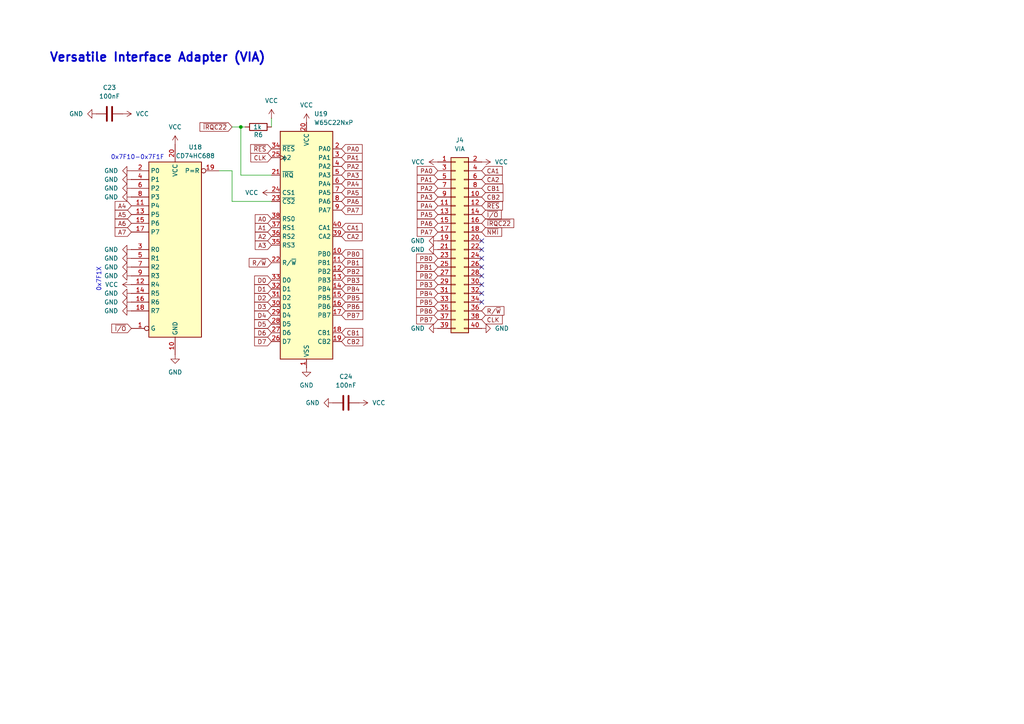
<source format=kicad_sch>
(kicad_sch
	(version 20231120)
	(generator "eeschema")
	(generator_version "8.0")
	(uuid "0758e7d2-9d9c-4c5d-80a2-eef43b376643")
	(paper "A4")
	(title_block
		(title "ByteCradle 6502 - Versatile Interface Adapter")
		(date "2025-01-25")
		(rev "rev1")
	)
	(lib_symbols
		(symbol "65xx-library:W65C22NxP"
			(exclude_from_sim no)
			(in_bom yes)
			(on_board yes)
			(property "Reference" "U"
				(at 2.54 38.1 0)
				(effects
					(font
						(size 1.27 1.27)
					)
					(justify left)
				)
			)
			(property "Value" "W65C22NxP"
				(at 2.54 35.56 0)
				(effects
					(font
						(size 1.27 1.27)
					)
					(justify left)
				)
			)
			(property "Footprint" "Package_DIP:DIP-40_W15.24mm"
				(at 0 48.26 0)
				(effects
					(font
						(size 1.27 1.27)
					)
					(hide yes)
				)
			)
			(property "Datasheet" "http://www.westerndesigncenter.com/wdc/documentation/w65c22.pdf"
				(at 0 45.72 0)
				(effects
					(font
						(size 1.27 1.27)
					)
					(hide yes)
				)
			)
			(property "Description" "CMOS Versatile Interface Adapter (VIA), 20-pin I/O, 2 Timer/Counters, NMOS-Compatible, DIP-40"
				(at 0 0 0)
				(effects
					(font
						(size 1.27 1.27)
					)
					(hide yes)
				)
			)
			(property "ki_keywords" "6522 65C22 VIA I/O"
				(at 0 0 0)
				(effects
					(font
						(size 1.27 1.27)
					)
					(hide yes)
				)
			)
			(property "ki_fp_filters" "DIP*W15.24mm*"
				(at 0 0 0)
				(effects
					(font
						(size 1.27 1.27)
					)
					(hide yes)
				)
			)
			(symbol "W65C22NxP_0_1"
				(rectangle
					(start -7.62 33.02)
					(end 7.62 -33.02)
					(stroke
						(width 0.254)
						(type default)
					)
					(fill
						(type background)
					)
				)
			)
			(symbol "W65C22NxP_1_1"
				(pin power_in line
					(at 0 -35.56 90)
					(length 2.54)
					(name "VSS"
						(effects
							(font
								(size 1.27 1.27)
							)
						)
					)
					(number "1"
						(effects
							(font
								(size 1.27 1.27)
							)
						)
					)
				)
				(pin bidirectional line
					(at 10.16 -2.54 180)
					(length 2.54)
					(name "PB0"
						(effects
							(font
								(size 1.27 1.27)
							)
						)
					)
					(number "10"
						(effects
							(font
								(size 1.27 1.27)
							)
						)
					)
				)
				(pin bidirectional line
					(at 10.16 -5.08 180)
					(length 2.54)
					(name "PB1"
						(effects
							(font
								(size 1.27 1.27)
							)
						)
					)
					(number "11"
						(effects
							(font
								(size 1.27 1.27)
							)
						)
					)
				)
				(pin bidirectional line
					(at 10.16 -7.62 180)
					(length 2.54)
					(name "PB2"
						(effects
							(font
								(size 1.27 1.27)
							)
						)
					)
					(number "12"
						(effects
							(font
								(size 1.27 1.27)
							)
						)
					)
				)
				(pin bidirectional line
					(at 10.16 -10.16 180)
					(length 2.54)
					(name "PB3"
						(effects
							(font
								(size 1.27 1.27)
							)
						)
					)
					(number "13"
						(effects
							(font
								(size 1.27 1.27)
							)
						)
					)
				)
				(pin bidirectional line
					(at 10.16 -12.7 180)
					(length 2.54)
					(name "PB4"
						(effects
							(font
								(size 1.27 1.27)
							)
						)
					)
					(number "14"
						(effects
							(font
								(size 1.27 1.27)
							)
						)
					)
				)
				(pin bidirectional line
					(at 10.16 -15.24 180)
					(length 2.54)
					(name "PB5"
						(effects
							(font
								(size 1.27 1.27)
							)
						)
					)
					(number "15"
						(effects
							(font
								(size 1.27 1.27)
							)
						)
					)
				)
				(pin bidirectional line
					(at 10.16 -17.78 180)
					(length 2.54)
					(name "PB6"
						(effects
							(font
								(size 1.27 1.27)
							)
						)
					)
					(number "16"
						(effects
							(font
								(size 1.27 1.27)
							)
						)
					)
				)
				(pin bidirectional line
					(at 10.16 -20.32 180)
					(length 2.54)
					(name "PB7"
						(effects
							(font
								(size 1.27 1.27)
							)
						)
					)
					(number "17"
						(effects
							(font
								(size 1.27 1.27)
							)
						)
					)
				)
				(pin input line
					(at 10.16 -25.4 180)
					(length 2.54)
					(name "CB1"
						(effects
							(font
								(size 1.27 1.27)
							)
						)
					)
					(number "18"
						(effects
							(font
								(size 1.27 1.27)
							)
						)
					)
				)
				(pin bidirectional line
					(at 10.16 -27.94 180)
					(length 2.54)
					(name "CB2"
						(effects
							(font
								(size 1.27 1.27)
							)
						)
					)
					(number "19"
						(effects
							(font
								(size 1.27 1.27)
							)
						)
					)
				)
				(pin bidirectional line
					(at 10.16 27.94 180)
					(length 2.54)
					(name "PA0"
						(effects
							(font
								(size 1.27 1.27)
							)
						)
					)
					(number "2"
						(effects
							(font
								(size 1.27 1.27)
							)
						)
					)
				)
				(pin power_in line
					(at 0 35.56 270)
					(length 2.54)
					(name "VCC"
						(effects
							(font
								(size 1.27 1.27)
							)
						)
					)
					(number "20"
						(effects
							(font
								(size 1.27 1.27)
							)
						)
					)
				)
				(pin open_collector line
					(at -10.16 20.32 0)
					(length 2.54)
					(name "~{IRQ}"
						(effects
							(font
								(size 1.27 1.27)
							)
						)
					)
					(number "21"
						(effects
							(font
								(size 1.27 1.27)
							)
						)
					)
				)
				(pin input line
					(at -10.16 -5.08 0)
					(length 2.54)
					(name "R/~{W}"
						(effects
							(font
								(size 1.27 1.27)
							)
						)
					)
					(number "22"
						(effects
							(font
								(size 1.27 1.27)
							)
						)
					)
				)
				(pin input line
					(at -10.16 12.7 0)
					(length 2.54)
					(name "~{CS2}"
						(effects
							(font
								(size 1.27 1.27)
							)
						)
					)
					(number "23"
						(effects
							(font
								(size 1.27 1.27)
							)
						)
					)
				)
				(pin input line
					(at -10.16 15.24 0)
					(length 2.54)
					(name "CS1"
						(effects
							(font
								(size 1.27 1.27)
							)
						)
					)
					(number "24"
						(effects
							(font
								(size 1.27 1.27)
							)
						)
					)
				)
				(pin input clock
					(at -10.16 25.4 0)
					(length 2.54)
					(name "ϕ2"
						(effects
							(font
								(size 1.27 1.27)
							)
						)
					)
					(number "25"
						(effects
							(font
								(size 1.27 1.27)
							)
						)
					)
				)
				(pin bidirectional line
					(at -10.16 -27.94 0)
					(length 2.54)
					(name "D7"
						(effects
							(font
								(size 1.27 1.27)
							)
						)
					)
					(number "26"
						(effects
							(font
								(size 1.27 1.27)
							)
						)
					)
				)
				(pin bidirectional line
					(at -10.16 -25.4 0)
					(length 2.54)
					(name "D6"
						(effects
							(font
								(size 1.27 1.27)
							)
						)
					)
					(number "27"
						(effects
							(font
								(size 1.27 1.27)
							)
						)
					)
				)
				(pin bidirectional line
					(at -10.16 -22.86 0)
					(length 2.54)
					(name "D5"
						(effects
							(font
								(size 1.27 1.27)
							)
						)
					)
					(number "28"
						(effects
							(font
								(size 1.27 1.27)
							)
						)
					)
				)
				(pin bidirectional line
					(at -10.16 -20.32 0)
					(length 2.54)
					(name "D4"
						(effects
							(font
								(size 1.27 1.27)
							)
						)
					)
					(number "29"
						(effects
							(font
								(size 1.27 1.27)
							)
						)
					)
				)
				(pin bidirectional line
					(at 10.16 25.4 180)
					(length 2.54)
					(name "PA1"
						(effects
							(font
								(size 1.27 1.27)
							)
						)
					)
					(number "3"
						(effects
							(font
								(size 1.27 1.27)
							)
						)
					)
				)
				(pin bidirectional line
					(at -10.16 -17.78 0)
					(length 2.54)
					(name "D3"
						(effects
							(font
								(size 1.27 1.27)
							)
						)
					)
					(number "30"
						(effects
							(font
								(size 1.27 1.27)
							)
						)
					)
				)
				(pin bidirectional line
					(at -10.16 -15.24 0)
					(length 2.54)
					(name "D2"
						(effects
							(font
								(size 1.27 1.27)
							)
						)
					)
					(number "31"
						(effects
							(font
								(size 1.27 1.27)
							)
						)
					)
				)
				(pin bidirectional line
					(at -10.16 -12.7 0)
					(length 2.54)
					(name "D1"
						(effects
							(font
								(size 1.27 1.27)
							)
						)
					)
					(number "32"
						(effects
							(font
								(size 1.27 1.27)
							)
						)
					)
				)
				(pin bidirectional line
					(at -10.16 -10.16 0)
					(length 2.54)
					(name "D0"
						(effects
							(font
								(size 1.27 1.27)
							)
						)
					)
					(number "33"
						(effects
							(font
								(size 1.27 1.27)
							)
						)
					)
				)
				(pin input line
					(at -10.16 27.94 0)
					(length 2.54)
					(name "~{RES}"
						(effects
							(font
								(size 1.27 1.27)
							)
						)
					)
					(number "34"
						(effects
							(font
								(size 1.27 1.27)
							)
						)
					)
				)
				(pin input line
					(at -10.16 0 0)
					(length 2.54)
					(name "RS3"
						(effects
							(font
								(size 1.27 1.27)
							)
						)
					)
					(number "35"
						(effects
							(font
								(size 1.27 1.27)
							)
						)
					)
				)
				(pin input line
					(at -10.16 2.54 0)
					(length 2.54)
					(name "RS2"
						(effects
							(font
								(size 1.27 1.27)
							)
						)
					)
					(number "36"
						(effects
							(font
								(size 1.27 1.27)
							)
						)
					)
				)
				(pin input line
					(at -10.16 5.08 0)
					(length 2.54)
					(name "RS1"
						(effects
							(font
								(size 1.27 1.27)
							)
						)
					)
					(number "37"
						(effects
							(font
								(size 1.27 1.27)
							)
						)
					)
				)
				(pin input line
					(at -10.16 7.62 0)
					(length 2.54)
					(name "RS0"
						(effects
							(font
								(size 1.27 1.27)
							)
						)
					)
					(number "38"
						(effects
							(font
								(size 1.27 1.27)
							)
						)
					)
				)
				(pin bidirectional line
					(at 10.16 2.54 180)
					(length 2.54)
					(name "CA2"
						(effects
							(font
								(size 1.27 1.27)
							)
						)
					)
					(number "39"
						(effects
							(font
								(size 1.27 1.27)
							)
						)
					)
				)
				(pin bidirectional line
					(at 10.16 22.86 180)
					(length 2.54)
					(name "PA2"
						(effects
							(font
								(size 1.27 1.27)
							)
						)
					)
					(number "4"
						(effects
							(font
								(size 1.27 1.27)
							)
						)
					)
				)
				(pin input line
					(at 10.16 5.08 180)
					(length 2.54)
					(name "CA1"
						(effects
							(font
								(size 1.27 1.27)
							)
						)
					)
					(number "40"
						(effects
							(font
								(size 1.27 1.27)
							)
						)
					)
				)
				(pin bidirectional line
					(at 10.16 20.32 180)
					(length 2.54)
					(name "PA3"
						(effects
							(font
								(size 1.27 1.27)
							)
						)
					)
					(number "5"
						(effects
							(font
								(size 1.27 1.27)
							)
						)
					)
				)
				(pin bidirectional line
					(at 10.16 17.78 180)
					(length 2.54)
					(name "PA4"
						(effects
							(font
								(size 1.27 1.27)
							)
						)
					)
					(number "6"
						(effects
							(font
								(size 1.27 1.27)
							)
						)
					)
				)
				(pin bidirectional line
					(at 10.16 15.24 180)
					(length 2.54)
					(name "PA5"
						(effects
							(font
								(size 1.27 1.27)
							)
						)
					)
					(number "7"
						(effects
							(font
								(size 1.27 1.27)
							)
						)
					)
				)
				(pin bidirectional line
					(at 10.16 12.7 180)
					(length 2.54)
					(name "PA6"
						(effects
							(font
								(size 1.27 1.27)
							)
						)
					)
					(number "8"
						(effects
							(font
								(size 1.27 1.27)
							)
						)
					)
				)
				(pin bidirectional line
					(at 10.16 10.16 180)
					(length 2.54)
					(name "PA7"
						(effects
							(font
								(size 1.27 1.27)
							)
						)
					)
					(number "9"
						(effects
							(font
								(size 1.27 1.27)
							)
						)
					)
				)
			)
		)
		(symbol "74xx:74HC688"
			(exclude_from_sim no)
			(in_bom yes)
			(on_board yes)
			(property "Reference" "U"
				(at -7.62 26.67 0)
				(effects
					(font
						(size 1.27 1.27)
					)
				)
			)
			(property "Value" "74HC688"
				(at -7.62 -26.67 0)
				(effects
					(font
						(size 1.27 1.27)
					)
				)
			)
			(property "Footprint" ""
				(at 0 0 0)
				(effects
					(font
						(size 1.27 1.27)
					)
					(hide yes)
				)
			)
			(property "Datasheet" "https://www.ti.com/lit/ds/symlink/cd54hc688.pdf"
				(at 0 0 0)
				(effects
					(font
						(size 1.27 1.27)
					)
					(hide yes)
				)
			)
			(property "Description" "8-bit magnitude comparator"
				(at 0 0 0)
				(effects
					(font
						(size 1.27 1.27)
					)
					(hide yes)
				)
			)
			(property "ki_keywords" "HCMOS DECOD Arith"
				(at 0 0 0)
				(effects
					(font
						(size 1.27 1.27)
					)
					(hide yes)
				)
			)
			(property "ki_fp_filters" "DIP?20* SOIC?20* SO?20* TSSOP?20*"
				(at 0 0 0)
				(effects
					(font
						(size 1.27 1.27)
					)
					(hide yes)
				)
			)
			(symbol "74HC688_1_0"
				(pin input inverted
					(at -12.7 -22.86 0)
					(length 5.08)
					(name "G"
						(effects
							(font
								(size 1.27 1.27)
							)
						)
					)
					(number "1"
						(effects
							(font
								(size 1.27 1.27)
							)
						)
					)
				)
				(pin power_in line
					(at 0 -30.48 90)
					(length 5.08)
					(name "GND"
						(effects
							(font
								(size 1.27 1.27)
							)
						)
					)
					(number "10"
						(effects
							(font
								(size 1.27 1.27)
							)
						)
					)
				)
				(pin input line
					(at -12.7 12.7 0)
					(length 5.08)
					(name "P4"
						(effects
							(font
								(size 1.27 1.27)
							)
						)
					)
					(number "11"
						(effects
							(font
								(size 1.27 1.27)
							)
						)
					)
				)
				(pin input line
					(at -12.7 -10.16 0)
					(length 5.08)
					(name "R4"
						(effects
							(font
								(size 1.27 1.27)
							)
						)
					)
					(number "12"
						(effects
							(font
								(size 1.27 1.27)
							)
						)
					)
				)
				(pin input line
					(at -12.7 10.16 0)
					(length 5.08)
					(name "P5"
						(effects
							(font
								(size 1.27 1.27)
							)
						)
					)
					(number "13"
						(effects
							(font
								(size 1.27 1.27)
							)
						)
					)
				)
				(pin input line
					(at -12.7 -12.7 0)
					(length 5.08)
					(name "R5"
						(effects
							(font
								(size 1.27 1.27)
							)
						)
					)
					(number "14"
						(effects
							(font
								(size 1.27 1.27)
							)
						)
					)
				)
				(pin input line
					(at -12.7 7.62 0)
					(length 5.08)
					(name "P6"
						(effects
							(font
								(size 1.27 1.27)
							)
						)
					)
					(number "15"
						(effects
							(font
								(size 1.27 1.27)
							)
						)
					)
				)
				(pin input line
					(at -12.7 -15.24 0)
					(length 5.08)
					(name "R6"
						(effects
							(font
								(size 1.27 1.27)
							)
						)
					)
					(number "16"
						(effects
							(font
								(size 1.27 1.27)
							)
						)
					)
				)
				(pin input line
					(at -12.7 5.08 0)
					(length 5.08)
					(name "P7"
						(effects
							(font
								(size 1.27 1.27)
							)
						)
					)
					(number "17"
						(effects
							(font
								(size 1.27 1.27)
							)
						)
					)
				)
				(pin input line
					(at -12.7 -17.78 0)
					(length 5.08)
					(name "R7"
						(effects
							(font
								(size 1.27 1.27)
							)
						)
					)
					(number "18"
						(effects
							(font
								(size 1.27 1.27)
							)
						)
					)
				)
				(pin output inverted
					(at 12.7 22.86 180)
					(length 5.08)
					(name "P=R"
						(effects
							(font
								(size 1.27 1.27)
							)
						)
					)
					(number "19"
						(effects
							(font
								(size 1.27 1.27)
							)
						)
					)
				)
				(pin input line
					(at -12.7 22.86 0)
					(length 5.08)
					(name "P0"
						(effects
							(font
								(size 1.27 1.27)
							)
						)
					)
					(number "2"
						(effects
							(font
								(size 1.27 1.27)
							)
						)
					)
				)
				(pin power_in line
					(at 0 30.48 270)
					(length 5.08)
					(name "VCC"
						(effects
							(font
								(size 1.27 1.27)
							)
						)
					)
					(number "20"
						(effects
							(font
								(size 1.27 1.27)
							)
						)
					)
				)
				(pin input line
					(at -12.7 0 0)
					(length 5.08)
					(name "R0"
						(effects
							(font
								(size 1.27 1.27)
							)
						)
					)
					(number "3"
						(effects
							(font
								(size 1.27 1.27)
							)
						)
					)
				)
				(pin input line
					(at -12.7 20.32 0)
					(length 5.08)
					(name "P1"
						(effects
							(font
								(size 1.27 1.27)
							)
						)
					)
					(number "4"
						(effects
							(font
								(size 1.27 1.27)
							)
						)
					)
				)
				(pin input line
					(at -12.7 -2.54 0)
					(length 5.08)
					(name "R1"
						(effects
							(font
								(size 1.27 1.27)
							)
						)
					)
					(number "5"
						(effects
							(font
								(size 1.27 1.27)
							)
						)
					)
				)
				(pin input line
					(at -12.7 17.78 0)
					(length 5.08)
					(name "P2"
						(effects
							(font
								(size 1.27 1.27)
							)
						)
					)
					(number "6"
						(effects
							(font
								(size 1.27 1.27)
							)
						)
					)
				)
				(pin input line
					(at -12.7 -5.08 0)
					(length 5.08)
					(name "R2"
						(effects
							(font
								(size 1.27 1.27)
							)
						)
					)
					(number "7"
						(effects
							(font
								(size 1.27 1.27)
							)
						)
					)
				)
				(pin input line
					(at -12.7 15.24 0)
					(length 5.08)
					(name "P3"
						(effects
							(font
								(size 1.27 1.27)
							)
						)
					)
					(number "8"
						(effects
							(font
								(size 1.27 1.27)
							)
						)
					)
				)
				(pin input line
					(at -12.7 -7.62 0)
					(length 5.08)
					(name "R3"
						(effects
							(font
								(size 1.27 1.27)
							)
						)
					)
					(number "9"
						(effects
							(font
								(size 1.27 1.27)
							)
						)
					)
				)
			)
			(symbol "74HC688_1_1"
				(rectangle
					(start -7.62 25.4)
					(end 7.62 -25.4)
					(stroke
						(width 0.254)
						(type default)
					)
					(fill
						(type background)
					)
				)
			)
		)
		(symbol "Connector_Generic:Conn_02x20_Odd_Even"
			(pin_names
				(offset 1.016) hide)
			(exclude_from_sim no)
			(in_bom yes)
			(on_board yes)
			(property "Reference" "J"
				(at 1.27 25.4 0)
				(effects
					(font
						(size 1.27 1.27)
					)
				)
			)
			(property "Value" "Conn_02x20_Odd_Even"
				(at 1.27 -27.94 0)
				(effects
					(font
						(size 1.27 1.27)
					)
				)
			)
			(property "Footprint" ""
				(at 0 0 0)
				(effects
					(font
						(size 1.27 1.27)
					)
					(hide yes)
				)
			)
			(property "Datasheet" "~"
				(at 0 0 0)
				(effects
					(font
						(size 1.27 1.27)
					)
					(hide yes)
				)
			)
			(property "Description" "Generic connector, double row, 02x20, odd/even pin numbering scheme (row 1 odd numbers, row 2 even numbers), script generated (kicad-library-utils/schlib/autogen/connector/)"
				(at 0 0 0)
				(effects
					(font
						(size 1.27 1.27)
					)
					(hide yes)
				)
			)
			(property "ki_keywords" "connector"
				(at 0 0 0)
				(effects
					(font
						(size 1.27 1.27)
					)
					(hide yes)
				)
			)
			(property "ki_fp_filters" "Connector*:*_2x??_*"
				(at 0 0 0)
				(effects
					(font
						(size 1.27 1.27)
					)
					(hide yes)
				)
			)
			(symbol "Conn_02x20_Odd_Even_1_1"
				(rectangle
					(start -1.27 -25.273)
					(end 0 -25.527)
					(stroke
						(width 0.1524)
						(type default)
					)
					(fill
						(type none)
					)
				)
				(rectangle
					(start -1.27 -22.733)
					(end 0 -22.987)
					(stroke
						(width 0.1524)
						(type default)
					)
					(fill
						(type none)
					)
				)
				(rectangle
					(start -1.27 -20.193)
					(end 0 -20.447)
					(stroke
						(width 0.1524)
						(type default)
					)
					(fill
						(type none)
					)
				)
				(rectangle
					(start -1.27 -17.653)
					(end 0 -17.907)
					(stroke
						(width 0.1524)
						(type default)
					)
					(fill
						(type none)
					)
				)
				(rectangle
					(start -1.27 -15.113)
					(end 0 -15.367)
					(stroke
						(width 0.1524)
						(type default)
					)
					(fill
						(type none)
					)
				)
				(rectangle
					(start -1.27 -12.573)
					(end 0 -12.827)
					(stroke
						(width 0.1524)
						(type default)
					)
					(fill
						(type none)
					)
				)
				(rectangle
					(start -1.27 -10.033)
					(end 0 -10.287)
					(stroke
						(width 0.1524)
						(type default)
					)
					(fill
						(type none)
					)
				)
				(rectangle
					(start -1.27 -7.493)
					(end 0 -7.747)
					(stroke
						(width 0.1524)
						(type default)
					)
					(fill
						(type none)
					)
				)
				(rectangle
					(start -1.27 -4.953)
					(end 0 -5.207)
					(stroke
						(width 0.1524)
						(type default)
					)
					(fill
						(type none)
					)
				)
				(rectangle
					(start -1.27 -2.413)
					(end 0 -2.667)
					(stroke
						(width 0.1524)
						(type default)
					)
					(fill
						(type none)
					)
				)
				(rectangle
					(start -1.27 0.127)
					(end 0 -0.127)
					(stroke
						(width 0.1524)
						(type default)
					)
					(fill
						(type none)
					)
				)
				(rectangle
					(start -1.27 2.667)
					(end 0 2.413)
					(stroke
						(width 0.1524)
						(type default)
					)
					(fill
						(type none)
					)
				)
				(rectangle
					(start -1.27 5.207)
					(end 0 4.953)
					(stroke
						(width 0.1524)
						(type default)
					)
					(fill
						(type none)
					)
				)
				(rectangle
					(start -1.27 7.747)
					(end 0 7.493)
					(stroke
						(width 0.1524)
						(type default)
					)
					(fill
						(type none)
					)
				)
				(rectangle
					(start -1.27 10.287)
					(end 0 10.033)
					(stroke
						(width 0.1524)
						(type default)
					)
					(fill
						(type none)
					)
				)
				(rectangle
					(start -1.27 12.827)
					(end 0 12.573)
					(stroke
						(width 0.1524)
						(type default)
					)
					(fill
						(type none)
					)
				)
				(rectangle
					(start -1.27 15.367)
					(end 0 15.113)
					(stroke
						(width 0.1524)
						(type default)
					)
					(fill
						(type none)
					)
				)
				(rectangle
					(start -1.27 17.907)
					(end 0 17.653)
					(stroke
						(width 0.1524)
						(type default)
					)
					(fill
						(type none)
					)
				)
				(rectangle
					(start -1.27 20.447)
					(end 0 20.193)
					(stroke
						(width 0.1524)
						(type default)
					)
					(fill
						(type none)
					)
				)
				(rectangle
					(start -1.27 22.987)
					(end 0 22.733)
					(stroke
						(width 0.1524)
						(type default)
					)
					(fill
						(type none)
					)
				)
				(rectangle
					(start -1.27 24.13)
					(end 3.81 -26.67)
					(stroke
						(width 0.254)
						(type default)
					)
					(fill
						(type background)
					)
				)
				(rectangle
					(start 3.81 -25.273)
					(end 2.54 -25.527)
					(stroke
						(width 0.1524)
						(type default)
					)
					(fill
						(type none)
					)
				)
				(rectangle
					(start 3.81 -22.733)
					(end 2.54 -22.987)
					(stroke
						(width 0.1524)
						(type default)
					)
					(fill
						(type none)
					)
				)
				(rectangle
					(start 3.81 -20.193)
					(end 2.54 -20.447)
					(stroke
						(width 0.1524)
						(type default)
					)
					(fill
						(type none)
					)
				)
				(rectangle
					(start 3.81 -17.653)
					(end 2.54 -17.907)
					(stroke
						(width 0.1524)
						(type default)
					)
					(fill
						(type none)
					)
				)
				(rectangle
					(start 3.81 -15.113)
					(end 2.54 -15.367)
					(stroke
						(width 0.1524)
						(type default)
					)
					(fill
						(type none)
					)
				)
				(rectangle
					(start 3.81 -12.573)
					(end 2.54 -12.827)
					(stroke
						(width 0.1524)
						(type default)
					)
					(fill
						(type none)
					)
				)
				(rectangle
					(start 3.81 -10.033)
					(end 2.54 -10.287)
					(stroke
						(width 0.1524)
						(type default)
					)
					(fill
						(type none)
					)
				)
				(rectangle
					(start 3.81 -7.493)
					(end 2.54 -7.747)
					(stroke
						(width 0.1524)
						(type default)
					)
					(fill
						(type none)
					)
				)
				(rectangle
					(start 3.81 -4.953)
					(end 2.54 -5.207)
					(stroke
						(width 0.1524)
						(type default)
					)
					(fill
						(type none)
					)
				)
				(rectangle
					(start 3.81 -2.413)
					(end 2.54 -2.667)
					(stroke
						(width 0.1524)
						(type default)
					)
					(fill
						(type none)
					)
				)
				(rectangle
					(start 3.81 0.127)
					(end 2.54 -0.127)
					(stroke
						(width 0.1524)
						(type default)
					)
					(fill
						(type none)
					)
				)
				(rectangle
					(start 3.81 2.667)
					(end 2.54 2.413)
					(stroke
						(width 0.1524)
						(type default)
					)
					(fill
						(type none)
					)
				)
				(rectangle
					(start 3.81 5.207)
					(end 2.54 4.953)
					(stroke
						(width 0.1524)
						(type default)
					)
					(fill
						(type none)
					)
				)
				(rectangle
					(start 3.81 7.747)
					(end 2.54 7.493)
					(stroke
						(width 0.1524)
						(type default)
					)
					(fill
						(type none)
					)
				)
				(rectangle
					(start 3.81 10.287)
					(end 2.54 10.033)
					(stroke
						(width 0.1524)
						(type default)
					)
					(fill
						(type none)
					)
				)
				(rectangle
					(start 3.81 12.827)
					(end 2.54 12.573)
					(stroke
						(width 0.1524)
						(type default)
					)
					(fill
						(type none)
					)
				)
				(rectangle
					(start 3.81 15.367)
					(end 2.54 15.113)
					(stroke
						(width 0.1524)
						(type default)
					)
					(fill
						(type none)
					)
				)
				(rectangle
					(start 3.81 17.907)
					(end 2.54 17.653)
					(stroke
						(width 0.1524)
						(type default)
					)
					(fill
						(type none)
					)
				)
				(rectangle
					(start 3.81 20.447)
					(end 2.54 20.193)
					(stroke
						(width 0.1524)
						(type default)
					)
					(fill
						(type none)
					)
				)
				(rectangle
					(start 3.81 22.987)
					(end 2.54 22.733)
					(stroke
						(width 0.1524)
						(type default)
					)
					(fill
						(type none)
					)
				)
				(pin passive line
					(at -5.08 22.86 0)
					(length 3.81)
					(name "Pin_1"
						(effects
							(font
								(size 1.27 1.27)
							)
						)
					)
					(number "1"
						(effects
							(font
								(size 1.27 1.27)
							)
						)
					)
				)
				(pin passive line
					(at 7.62 12.7 180)
					(length 3.81)
					(name "Pin_10"
						(effects
							(font
								(size 1.27 1.27)
							)
						)
					)
					(number "10"
						(effects
							(font
								(size 1.27 1.27)
							)
						)
					)
				)
				(pin passive line
					(at -5.08 10.16 0)
					(length 3.81)
					(name "Pin_11"
						(effects
							(font
								(size 1.27 1.27)
							)
						)
					)
					(number "11"
						(effects
							(font
								(size 1.27 1.27)
							)
						)
					)
				)
				(pin passive line
					(at 7.62 10.16 180)
					(length 3.81)
					(name "Pin_12"
						(effects
							(font
								(size 1.27 1.27)
							)
						)
					)
					(number "12"
						(effects
							(font
								(size 1.27 1.27)
							)
						)
					)
				)
				(pin passive line
					(at -5.08 7.62 0)
					(length 3.81)
					(name "Pin_13"
						(effects
							(font
								(size 1.27 1.27)
							)
						)
					)
					(number "13"
						(effects
							(font
								(size 1.27 1.27)
							)
						)
					)
				)
				(pin passive line
					(at 7.62 7.62 180)
					(length 3.81)
					(name "Pin_14"
						(effects
							(font
								(size 1.27 1.27)
							)
						)
					)
					(number "14"
						(effects
							(font
								(size 1.27 1.27)
							)
						)
					)
				)
				(pin passive line
					(at -5.08 5.08 0)
					(length 3.81)
					(name "Pin_15"
						(effects
							(font
								(size 1.27 1.27)
							)
						)
					)
					(number "15"
						(effects
							(font
								(size 1.27 1.27)
							)
						)
					)
				)
				(pin passive line
					(at 7.62 5.08 180)
					(length 3.81)
					(name "Pin_16"
						(effects
							(font
								(size 1.27 1.27)
							)
						)
					)
					(number "16"
						(effects
							(font
								(size 1.27 1.27)
							)
						)
					)
				)
				(pin passive line
					(at -5.08 2.54 0)
					(length 3.81)
					(name "Pin_17"
						(effects
							(font
								(size 1.27 1.27)
							)
						)
					)
					(number "17"
						(effects
							(font
								(size 1.27 1.27)
							)
						)
					)
				)
				(pin passive line
					(at 7.62 2.54 180)
					(length 3.81)
					(name "Pin_18"
						(effects
							(font
								(size 1.27 1.27)
							)
						)
					)
					(number "18"
						(effects
							(font
								(size 1.27 1.27)
							)
						)
					)
				)
				(pin passive line
					(at -5.08 0 0)
					(length 3.81)
					(name "Pin_19"
						(effects
							(font
								(size 1.27 1.27)
							)
						)
					)
					(number "19"
						(effects
							(font
								(size 1.27 1.27)
							)
						)
					)
				)
				(pin passive line
					(at 7.62 22.86 180)
					(length 3.81)
					(name "Pin_2"
						(effects
							(font
								(size 1.27 1.27)
							)
						)
					)
					(number "2"
						(effects
							(font
								(size 1.27 1.27)
							)
						)
					)
				)
				(pin passive line
					(at 7.62 0 180)
					(length 3.81)
					(name "Pin_20"
						(effects
							(font
								(size 1.27 1.27)
							)
						)
					)
					(number "20"
						(effects
							(font
								(size 1.27 1.27)
							)
						)
					)
				)
				(pin passive line
					(at -5.08 -2.54 0)
					(length 3.81)
					(name "Pin_21"
						(effects
							(font
								(size 1.27 1.27)
							)
						)
					)
					(number "21"
						(effects
							(font
								(size 1.27 1.27)
							)
						)
					)
				)
				(pin passive line
					(at 7.62 -2.54 180)
					(length 3.81)
					(name "Pin_22"
						(effects
							(font
								(size 1.27 1.27)
							)
						)
					)
					(number "22"
						(effects
							(font
								(size 1.27 1.27)
							)
						)
					)
				)
				(pin passive line
					(at -5.08 -5.08 0)
					(length 3.81)
					(name "Pin_23"
						(effects
							(font
								(size 1.27 1.27)
							)
						)
					)
					(number "23"
						(effects
							(font
								(size 1.27 1.27)
							)
						)
					)
				)
				(pin passive line
					(at 7.62 -5.08 180)
					(length 3.81)
					(name "Pin_24"
						(effects
							(font
								(size 1.27 1.27)
							)
						)
					)
					(number "24"
						(effects
							(font
								(size 1.27 1.27)
							)
						)
					)
				)
				(pin passive line
					(at -5.08 -7.62 0)
					(length 3.81)
					(name "Pin_25"
						(effects
							(font
								(size 1.27 1.27)
							)
						)
					)
					(number "25"
						(effects
							(font
								(size 1.27 1.27)
							)
						)
					)
				)
				(pin passive line
					(at 7.62 -7.62 180)
					(length 3.81)
					(name "Pin_26"
						(effects
							(font
								(size 1.27 1.27)
							)
						)
					)
					(number "26"
						(effects
							(font
								(size 1.27 1.27)
							)
						)
					)
				)
				(pin passive line
					(at -5.08 -10.16 0)
					(length 3.81)
					(name "Pin_27"
						(effects
							(font
								(size 1.27 1.27)
							)
						)
					)
					(number "27"
						(effects
							(font
								(size 1.27 1.27)
							)
						)
					)
				)
				(pin passive line
					(at 7.62 -10.16 180)
					(length 3.81)
					(name "Pin_28"
						(effects
							(font
								(size 1.27 1.27)
							)
						)
					)
					(number "28"
						(effects
							(font
								(size 1.27 1.27)
							)
						)
					)
				)
				(pin passive line
					(at -5.08 -12.7 0)
					(length 3.81)
					(name "Pin_29"
						(effects
							(font
								(size 1.27 1.27)
							)
						)
					)
					(number "29"
						(effects
							(font
								(size 1.27 1.27)
							)
						)
					)
				)
				(pin passive line
					(at -5.08 20.32 0)
					(length 3.81)
					(name "Pin_3"
						(effects
							(font
								(size 1.27 1.27)
							)
						)
					)
					(number "3"
						(effects
							(font
								(size 1.27 1.27)
							)
						)
					)
				)
				(pin passive line
					(at 7.62 -12.7 180)
					(length 3.81)
					(name "Pin_30"
						(effects
							(font
								(size 1.27 1.27)
							)
						)
					)
					(number "30"
						(effects
							(font
								(size 1.27 1.27)
							)
						)
					)
				)
				(pin passive line
					(at -5.08 -15.24 0)
					(length 3.81)
					(name "Pin_31"
						(effects
							(font
								(size 1.27 1.27)
							)
						)
					)
					(number "31"
						(effects
							(font
								(size 1.27 1.27)
							)
						)
					)
				)
				(pin passive line
					(at 7.62 -15.24 180)
					(length 3.81)
					(name "Pin_32"
						(effects
							(font
								(size 1.27 1.27)
							)
						)
					)
					(number "32"
						(effects
							(font
								(size 1.27 1.27)
							)
						)
					)
				)
				(pin passive line
					(at -5.08 -17.78 0)
					(length 3.81)
					(name "Pin_33"
						(effects
							(font
								(size 1.27 1.27)
							)
						)
					)
					(number "33"
						(effects
							(font
								(size 1.27 1.27)
							)
						)
					)
				)
				(pin passive line
					(at 7.62 -17.78 180)
					(length 3.81)
					(name "Pin_34"
						(effects
							(font
								(size 1.27 1.27)
							)
						)
					)
					(number "34"
						(effects
							(font
								(size 1.27 1.27)
							)
						)
					)
				)
				(pin passive line
					(at -5.08 -20.32 0)
					(length 3.81)
					(name "Pin_35"
						(effects
							(font
								(size 1.27 1.27)
							)
						)
					)
					(number "35"
						(effects
							(font
								(size 1.27 1.27)
							)
						)
					)
				)
				(pin passive line
					(at 7.62 -20.32 180)
					(length 3.81)
					(name "Pin_36"
						(effects
							(font
								(size 1.27 1.27)
							)
						)
					)
					(number "36"
						(effects
							(font
								(size 1.27 1.27)
							)
						)
					)
				)
				(pin passive line
					(at -5.08 -22.86 0)
					(length 3.81)
					(name "Pin_37"
						(effects
							(font
								(size 1.27 1.27)
							)
						)
					)
					(number "37"
						(effects
							(font
								(size 1.27 1.27)
							)
						)
					)
				)
				(pin passive line
					(at 7.62 -22.86 180)
					(length 3.81)
					(name "Pin_38"
						(effects
							(font
								(size 1.27 1.27)
							)
						)
					)
					(number "38"
						(effects
							(font
								(size 1.27 1.27)
							)
						)
					)
				)
				(pin passive line
					(at -5.08 -25.4 0)
					(length 3.81)
					(name "Pin_39"
						(effects
							(font
								(size 1.27 1.27)
							)
						)
					)
					(number "39"
						(effects
							(font
								(size 1.27 1.27)
							)
						)
					)
				)
				(pin passive line
					(at 7.62 20.32 180)
					(length 3.81)
					(name "Pin_4"
						(effects
							(font
								(size 1.27 1.27)
							)
						)
					)
					(number "4"
						(effects
							(font
								(size 1.27 1.27)
							)
						)
					)
				)
				(pin passive line
					(at 7.62 -25.4 180)
					(length 3.81)
					(name "Pin_40"
						(effects
							(font
								(size 1.27 1.27)
							)
						)
					)
					(number "40"
						(effects
							(font
								(size 1.27 1.27)
							)
						)
					)
				)
				(pin passive line
					(at -5.08 17.78 0)
					(length 3.81)
					(name "Pin_5"
						(effects
							(font
								(size 1.27 1.27)
							)
						)
					)
					(number "5"
						(effects
							(font
								(size 1.27 1.27)
							)
						)
					)
				)
				(pin passive line
					(at 7.62 17.78 180)
					(length 3.81)
					(name "Pin_6"
						(effects
							(font
								(size 1.27 1.27)
							)
						)
					)
					(number "6"
						(effects
							(font
								(size 1.27 1.27)
							)
						)
					)
				)
				(pin passive line
					(at -5.08 15.24 0)
					(length 3.81)
					(name "Pin_7"
						(effects
							(font
								(size 1.27 1.27)
							)
						)
					)
					(number "7"
						(effects
							(font
								(size 1.27 1.27)
							)
						)
					)
				)
				(pin passive line
					(at 7.62 15.24 180)
					(length 3.81)
					(name "Pin_8"
						(effects
							(font
								(size 1.27 1.27)
							)
						)
					)
					(number "8"
						(effects
							(font
								(size 1.27 1.27)
							)
						)
					)
				)
				(pin passive line
					(at -5.08 12.7 0)
					(length 3.81)
					(name "Pin_9"
						(effects
							(font
								(size 1.27 1.27)
							)
						)
					)
					(number "9"
						(effects
							(font
								(size 1.27 1.27)
							)
						)
					)
				)
			)
		)
		(symbol "Device:C"
			(pin_numbers hide)
			(pin_names
				(offset 0.254)
			)
			(exclude_from_sim no)
			(in_bom yes)
			(on_board yes)
			(property "Reference" "C"
				(at 0.635 2.54 0)
				(effects
					(font
						(size 1.27 1.27)
					)
					(justify left)
				)
			)
			(property "Value" "C"
				(at 0.635 -2.54 0)
				(effects
					(font
						(size 1.27 1.27)
					)
					(justify left)
				)
			)
			(property "Footprint" ""
				(at 0.9652 -3.81 0)
				(effects
					(font
						(size 1.27 1.27)
					)
					(hide yes)
				)
			)
			(property "Datasheet" "~"
				(at 0 0 0)
				(effects
					(font
						(size 1.27 1.27)
					)
					(hide yes)
				)
			)
			(property "Description" "Unpolarized capacitor"
				(at 0 0 0)
				(effects
					(font
						(size 1.27 1.27)
					)
					(hide yes)
				)
			)
			(property "ki_keywords" "cap capacitor"
				(at 0 0 0)
				(effects
					(font
						(size 1.27 1.27)
					)
					(hide yes)
				)
			)
			(property "ki_fp_filters" "C_*"
				(at 0 0 0)
				(effects
					(font
						(size 1.27 1.27)
					)
					(hide yes)
				)
			)
			(symbol "C_0_1"
				(polyline
					(pts
						(xy -2.032 -0.762) (xy 2.032 -0.762)
					)
					(stroke
						(width 0.508)
						(type default)
					)
					(fill
						(type none)
					)
				)
				(polyline
					(pts
						(xy -2.032 0.762) (xy 2.032 0.762)
					)
					(stroke
						(width 0.508)
						(type default)
					)
					(fill
						(type none)
					)
				)
			)
			(symbol "C_1_1"
				(pin passive line
					(at 0 3.81 270)
					(length 2.794)
					(name "~"
						(effects
							(font
								(size 1.27 1.27)
							)
						)
					)
					(number "1"
						(effects
							(font
								(size 1.27 1.27)
							)
						)
					)
				)
				(pin passive line
					(at 0 -3.81 90)
					(length 2.794)
					(name "~"
						(effects
							(font
								(size 1.27 1.27)
							)
						)
					)
					(number "2"
						(effects
							(font
								(size 1.27 1.27)
							)
						)
					)
				)
			)
		)
		(symbol "Device:R"
			(pin_numbers hide)
			(pin_names
				(offset 0)
			)
			(exclude_from_sim no)
			(in_bom yes)
			(on_board yes)
			(property "Reference" "R"
				(at 2.032 0 90)
				(effects
					(font
						(size 1.27 1.27)
					)
				)
			)
			(property "Value" "R"
				(at 0 0 90)
				(effects
					(font
						(size 1.27 1.27)
					)
				)
			)
			(property "Footprint" ""
				(at -1.778 0 90)
				(effects
					(font
						(size 1.27 1.27)
					)
					(hide yes)
				)
			)
			(property "Datasheet" "~"
				(at 0 0 0)
				(effects
					(font
						(size 1.27 1.27)
					)
					(hide yes)
				)
			)
			(property "Description" "Resistor"
				(at 0 0 0)
				(effects
					(font
						(size 1.27 1.27)
					)
					(hide yes)
				)
			)
			(property "ki_keywords" "R res resistor"
				(at 0 0 0)
				(effects
					(font
						(size 1.27 1.27)
					)
					(hide yes)
				)
			)
			(property "ki_fp_filters" "R_*"
				(at 0 0 0)
				(effects
					(font
						(size 1.27 1.27)
					)
					(hide yes)
				)
			)
			(symbol "R_0_1"
				(rectangle
					(start -1.016 -2.54)
					(end 1.016 2.54)
					(stroke
						(width 0.254)
						(type default)
					)
					(fill
						(type none)
					)
				)
			)
			(symbol "R_1_1"
				(pin passive line
					(at 0 3.81 270)
					(length 1.27)
					(name "~"
						(effects
							(font
								(size 1.27 1.27)
							)
						)
					)
					(number "1"
						(effects
							(font
								(size 1.27 1.27)
							)
						)
					)
				)
				(pin passive line
					(at 0 -3.81 90)
					(length 1.27)
					(name "~"
						(effects
							(font
								(size 1.27 1.27)
							)
						)
					)
					(number "2"
						(effects
							(font
								(size 1.27 1.27)
							)
						)
					)
				)
			)
		)
		(symbol "power:GND"
			(power)
			(pin_numbers hide)
			(pin_names
				(offset 0) hide)
			(exclude_from_sim no)
			(in_bom yes)
			(on_board yes)
			(property "Reference" "#PWR"
				(at 0 -6.35 0)
				(effects
					(font
						(size 1.27 1.27)
					)
					(hide yes)
				)
			)
			(property "Value" "GND"
				(at 0 -3.81 0)
				(effects
					(font
						(size 1.27 1.27)
					)
				)
			)
			(property "Footprint" ""
				(at 0 0 0)
				(effects
					(font
						(size 1.27 1.27)
					)
					(hide yes)
				)
			)
			(property "Datasheet" ""
				(at 0 0 0)
				(effects
					(font
						(size 1.27 1.27)
					)
					(hide yes)
				)
			)
			(property "Description" "Power symbol creates a global label with name \"GND\" , ground"
				(at 0 0 0)
				(effects
					(font
						(size 1.27 1.27)
					)
					(hide yes)
				)
			)
			(property "ki_keywords" "global power"
				(at 0 0 0)
				(effects
					(font
						(size 1.27 1.27)
					)
					(hide yes)
				)
			)
			(symbol "GND_0_1"
				(polyline
					(pts
						(xy 0 0) (xy 0 -1.27) (xy 1.27 -1.27) (xy 0 -2.54) (xy -1.27 -1.27) (xy 0 -1.27)
					)
					(stroke
						(width 0)
						(type default)
					)
					(fill
						(type none)
					)
				)
			)
			(symbol "GND_1_1"
				(pin power_in line
					(at 0 0 270)
					(length 0)
					(name "~"
						(effects
							(font
								(size 1.27 1.27)
							)
						)
					)
					(number "1"
						(effects
							(font
								(size 1.27 1.27)
							)
						)
					)
				)
			)
		)
		(symbol "power:VCC"
			(power)
			(pin_numbers hide)
			(pin_names
				(offset 0) hide)
			(exclude_from_sim no)
			(in_bom yes)
			(on_board yes)
			(property "Reference" "#PWR"
				(at 0 -3.81 0)
				(effects
					(font
						(size 1.27 1.27)
					)
					(hide yes)
				)
			)
			(property "Value" "VCC"
				(at 0 3.556 0)
				(effects
					(font
						(size 1.27 1.27)
					)
				)
			)
			(property "Footprint" ""
				(at 0 0 0)
				(effects
					(font
						(size 1.27 1.27)
					)
					(hide yes)
				)
			)
			(property "Datasheet" ""
				(at 0 0 0)
				(effects
					(font
						(size 1.27 1.27)
					)
					(hide yes)
				)
			)
			(property "Description" "Power symbol creates a global label with name \"VCC\""
				(at 0 0 0)
				(effects
					(font
						(size 1.27 1.27)
					)
					(hide yes)
				)
			)
			(property "ki_keywords" "global power"
				(at 0 0 0)
				(effects
					(font
						(size 1.27 1.27)
					)
					(hide yes)
				)
			)
			(symbol "VCC_0_1"
				(polyline
					(pts
						(xy -0.762 1.27) (xy 0 2.54)
					)
					(stroke
						(width 0)
						(type default)
					)
					(fill
						(type none)
					)
				)
				(polyline
					(pts
						(xy 0 0) (xy 0 2.54)
					)
					(stroke
						(width 0)
						(type default)
					)
					(fill
						(type none)
					)
				)
				(polyline
					(pts
						(xy 0 2.54) (xy 0.762 1.27)
					)
					(stroke
						(width 0)
						(type default)
					)
					(fill
						(type none)
					)
				)
			)
			(symbol "VCC_1_1"
				(pin power_in line
					(at 0 0 90)
					(length 0)
					(name "~"
						(effects
							(font
								(size 1.27 1.27)
							)
						)
					)
					(number "1"
						(effects
							(font
								(size 1.27 1.27)
							)
						)
					)
				)
			)
		)
	)
	(junction
		(at 69.85 36.83)
		(diameter 0)
		(color 0 0 0 0)
		(uuid "59a69a4e-edde-49a4-b129-37bcd16dbb93")
	)
	(no_connect
		(at 139.7 82.55)
		(uuid "1f763026-50f6-476a-b909-fd53ddc3c8b6")
	)
	(no_connect
		(at 139.7 80.01)
		(uuid "23b59593-6904-4a0d-8283-d69300469589")
	)
	(no_connect
		(at 139.7 77.47)
		(uuid "23e61eb7-df36-4b73-b243-3cba1e203413")
	)
	(no_connect
		(at 139.7 72.39)
		(uuid "24b1c345-42d7-4d17-bd3e-e54d481f4938")
	)
	(no_connect
		(at 139.7 74.93)
		(uuid "35f5f746-df08-4529-9e45-d4ce4d55a5ba")
	)
	(no_connect
		(at 139.7 69.85)
		(uuid "424adb6b-2bd8-473b-b194-a57f31e7e2e6")
	)
	(no_connect
		(at 139.7 87.63)
		(uuid "a1462007-1a01-43b1-ab3d-77c6719af41f")
	)
	(no_connect
		(at 139.7 85.09)
		(uuid "a540be9a-826f-4811-adc2-ed84ae538706")
	)
	(wire
		(pts
			(xy 67.31 36.83) (xy 69.85 36.83)
		)
		(stroke
			(width 0)
			(type default)
		)
		(uuid "14cdf30e-fec8-412e-970e-d80015eb7e98")
	)
	(wire
		(pts
			(xy 71.12 36.83) (xy 69.85 36.83)
		)
		(stroke
			(width 0)
			(type default)
		)
		(uuid "25269cf5-203e-4ad1-a9b5-6a6ec81ef8cb")
	)
	(wire
		(pts
			(xy 69.85 50.8) (xy 78.74 50.8)
		)
		(stroke
			(width 0)
			(type default)
		)
		(uuid "289941ae-c305-4a34-be6e-dfe6361a79b4")
	)
	(wire
		(pts
			(xy 67.31 49.53) (xy 67.31 58.42)
		)
		(stroke
			(width 0)
			(type default)
		)
		(uuid "3f0b8d66-3acf-45c6-a70b-61fea5cb4a9b")
	)
	(wire
		(pts
			(xy 69.85 36.83) (xy 69.85 50.8)
		)
		(stroke
			(width 0)
			(type default)
		)
		(uuid "44af8706-bb83-4b62-9b82-856ce868987c")
	)
	(wire
		(pts
			(xy 63.5 49.53) (xy 67.31 49.53)
		)
		(stroke
			(width 0)
			(type default)
		)
		(uuid "599db2e7-9937-43a1-b504-9f73aec0ae9e")
	)
	(wire
		(pts
			(xy 67.31 58.42) (xy 78.74 58.42)
		)
		(stroke
			(width 0)
			(type default)
		)
		(uuid "76dc6d98-7441-486e-b3f6-13edd2f5891a")
	)
	(wire
		(pts
			(xy 78.74 34.29) (xy 78.74 36.83)
		)
		(stroke
			(width 0)
			(type default)
		)
		(uuid "bab81019-f2f9-4023-a086-f74ea88be91f")
	)
	(text "0x7F10-0x7F1F"
		(exclude_from_sim no)
		(at 39.878 45.72 0)
		(effects
			(font
				(size 1.27 1.27)
			)
		)
		(uuid "10721ccc-ea1e-4ecc-9a3f-488e7df21db0")
	)
	(text "Versatile Interface Adapter (VIA)"
		(exclude_from_sim no)
		(at 45.72 16.764 0)
		(effects
			(font
				(size 2.54 2.54)
				(thickness 0.508)
				(bold yes)
			)
		)
		(uuid "a478f770-c9de-4e2f-8752-848df8cc0de1")
	)
	(text "0x7F1X"
		(exclude_from_sim no)
		(at 28.702 81.026 90)
		(effects
			(font
				(size 1.27 1.27)
			)
		)
		(uuid "d2e49aa1-dc99-4cbf-9a93-2e419a40c50d")
	)
	(global_label "PB4"
		(shape input)
		(at 127 85.09 180)
		(fields_autoplaced yes)
		(effects
			(font
				(size 1.27 1.27)
			)
			(justify right)
		)
		(uuid "045627f6-4219-4c92-8071-35d732ab7a00")
		(property "Intersheetrefs" "${INTERSHEET_REFS}"
			(at 121.5353 85.09 0)
			(effects
				(font
					(size 1.27 1.27)
				)
				(justify right)
				(hide yes)
			)
		)
	)
	(global_label "PA0"
		(shape input)
		(at 99.06 43.18 0)
		(fields_autoplaced yes)
		(effects
			(font
				(size 1.27 1.27)
			)
			(justify left)
		)
		(uuid "0a043568-fe26-4bfe-9c5a-7f0f3c0b0d71")
		(property "Intersheetrefs" "${INTERSHEET_REFS}"
			(at 104.5247 43.18 0)
			(effects
				(font
					(size 1.27 1.27)
				)
				(justify left)
				(hide yes)
			)
		)
	)
	(global_label "PA1"
		(shape input)
		(at 127 52.07 180)
		(fields_autoplaced yes)
		(effects
			(font
				(size 1.27 1.27)
			)
			(justify right)
		)
		(uuid "0a8096d7-5968-4f12-a871-bd62f8b778a5")
		(property "Intersheetrefs" "${INTERSHEET_REFS}"
			(at 121.5353 52.07 0)
			(effects
				(font
					(size 1.27 1.27)
				)
				(justify right)
				(hide yes)
			)
		)
	)
	(global_label "PA7"
		(shape input)
		(at 127 67.31 180)
		(fields_autoplaced yes)
		(effects
			(font
				(size 1.27 1.27)
			)
			(justify right)
		)
		(uuid "0fb7f2e8-36c0-478f-ab49-66251c0f7f69")
		(property "Intersheetrefs" "${INTERSHEET_REFS}"
			(at 121.5353 67.31 0)
			(effects
				(font
					(size 1.27 1.27)
				)
				(justify right)
				(hide yes)
			)
		)
	)
	(global_label "~{I{slash}O}"
		(shape input)
		(at 139.7 62.23 0)
		(fields_autoplaced yes)
		(effects
			(font
				(size 1.27 1.27)
			)
			(justify left)
		)
		(uuid "131440de-1af5-4c53-8088-0d1b4efaaf92")
		(property "Intersheetrefs" "${INTERSHEET_REFS}"
			(at 145.951 62.23 0)
			(effects
				(font
					(size 1.27 1.27)
				)
				(justify left)
				(hide yes)
			)
		)
	)
	(global_label "PB6"
		(shape input)
		(at 99.06 88.9 0)
		(fields_autoplaced yes)
		(effects
			(font
				(size 1.27 1.27)
			)
			(justify left)
		)
		(uuid "159a3ef8-d108-4e65-810d-3fa1dae89dbf")
		(property "Intersheetrefs" "${INTERSHEET_REFS}"
			(at 104.5247 88.9 0)
			(effects
				(font
					(size 1.27 1.27)
				)
				(justify left)
				(hide yes)
			)
		)
	)
	(global_label "~{IRQC22}"
		(shape input)
		(at 67.31 36.83 180)
		(fields_autoplaced yes)
		(effects
			(font
				(size 1.27 1.27)
			)
			(justify right)
		)
		(uuid "1e1acb6d-4084-4ca2-9a3d-83cf20ad8a3f")
		(property "Intersheetrefs" "${INTERSHEET_REFS}"
			(at 57.4305 36.83 0)
			(effects
				(font
					(size 1.27 1.27)
				)
				(justify right)
				(hide yes)
			)
		)
	)
	(global_label "PA0"
		(shape input)
		(at 127 49.53 180)
		(fields_autoplaced yes)
		(effects
			(font
				(size 1.27 1.27)
			)
			(justify right)
		)
		(uuid "21f70c96-5d08-4bb7-bed0-fc57d3d77e0f")
		(property "Intersheetrefs" "${INTERSHEET_REFS}"
			(at 121.5353 49.53 0)
			(effects
				(font
					(size 1.27 1.27)
				)
				(justify right)
				(hide yes)
			)
		)
	)
	(global_label "~{RES}"
		(shape input)
		(at 78.74 43.18 180)
		(fields_autoplaced yes)
		(effects
			(font
				(size 1.27 1.27)
			)
			(justify right)
		)
		(uuid "2fb0cc72-e68f-4317-b812-6bb8207ddf1e")
		(property "Intersheetrefs" "${INTERSHEET_REFS}"
			(at 72.1263 43.18 0)
			(effects
				(font
					(size 1.27 1.27)
				)
				(justify right)
				(hide yes)
			)
		)
	)
	(global_label "PB0"
		(shape input)
		(at 127 74.93 180)
		(fields_autoplaced yes)
		(effects
			(font
				(size 1.27 1.27)
			)
			(justify right)
		)
		(uuid "317c0351-f37a-4137-ae43-e5d562a8a44c")
		(property "Intersheetrefs" "${INTERSHEET_REFS}"
			(at 121.5353 74.93 0)
			(effects
				(font
					(size 1.27 1.27)
				)
				(justify right)
				(hide yes)
			)
		)
	)
	(global_label "D7"
		(shape input)
		(at 78.74 99.06 180)
		(fields_autoplaced yes)
		(effects
			(font
				(size 1.27 1.27)
			)
			(justify right)
		)
		(uuid "33de18f3-7258-4b68-9e51-4955929a3e2f")
		(property "Intersheetrefs" "${INTERSHEET_REFS}"
			(at 73.2753 99.06 0)
			(effects
				(font
					(size 1.27 1.27)
				)
				(justify right)
				(hide yes)
			)
		)
	)
	(global_label "A5"
		(shape input)
		(at 38.1 62.23 180)
		(fields_autoplaced yes)
		(effects
			(font
				(size 1.27 1.27)
			)
			(justify right)
		)
		(uuid "35a4e933-d0b6-451b-8714-7a128dff99d3")
		(property "Intersheetrefs" "${INTERSHEET_REFS}"
			(at 32.8167 62.23 0)
			(effects
				(font
					(size 1.27 1.27)
				)
				(justify right)
				(hide yes)
			)
		)
	)
	(global_label "D3"
		(shape input)
		(at 78.74 88.9 180)
		(fields_autoplaced yes)
		(effects
			(font
				(size 1.27 1.27)
			)
			(justify right)
		)
		(uuid "35d75868-63e1-4a65-ae2e-43f2b8ec73d1")
		(property "Intersheetrefs" "${INTERSHEET_REFS}"
			(at 73.2753 88.9 0)
			(effects
				(font
					(size 1.27 1.27)
				)
				(justify right)
				(hide yes)
			)
		)
	)
	(global_label "PB6"
		(shape input)
		(at 127 90.17 180)
		(fields_autoplaced yes)
		(effects
			(font
				(size 1.27 1.27)
			)
			(justify right)
		)
		(uuid "3623d31b-e660-4852-89fa-4c9945360fbd")
		(property "Intersheetrefs" "${INTERSHEET_REFS}"
			(at 121.5353 90.17 0)
			(effects
				(font
					(size 1.27 1.27)
				)
				(justify right)
				(hide yes)
			)
		)
	)
	(global_label "PB1"
		(shape input)
		(at 127 77.47 180)
		(fields_autoplaced yes)
		(effects
			(font
				(size 1.27 1.27)
			)
			(justify right)
		)
		(uuid "38313288-e1e9-4ab7-be4c-9010af8888f4")
		(property "Intersheetrefs" "${INTERSHEET_REFS}"
			(at 121.5353 77.47 0)
			(effects
				(font
					(size 1.27 1.27)
				)
				(justify right)
				(hide yes)
			)
		)
	)
	(global_label "CB2"
		(shape input)
		(at 99.06 99.06 0)
		(fields_autoplaced yes)
		(effects
			(font
				(size 1.27 1.27)
			)
			(justify left)
		)
		(uuid "41eaf573-af3b-4b03-b848-2d469b740625")
		(property "Intersheetrefs" "${INTERSHEET_REFS}"
			(at 105.7947 99.06 0)
			(effects
				(font
					(size 1.27 1.27)
				)
				(justify left)
				(hide yes)
			)
		)
	)
	(global_label "PB5"
		(shape input)
		(at 99.06 86.36 0)
		(fields_autoplaced yes)
		(effects
			(font
				(size 1.27 1.27)
			)
			(justify left)
		)
		(uuid "4bfb3d03-eca4-4029-83ed-77db16d13890")
		(property "Intersheetrefs" "${INTERSHEET_REFS}"
			(at 104.5247 86.36 0)
			(effects
				(font
					(size 1.27 1.27)
				)
				(justify left)
				(hide yes)
			)
		)
	)
	(global_label "D2"
		(shape input)
		(at 78.74 86.36 180)
		(fields_autoplaced yes)
		(effects
			(font
				(size 1.27 1.27)
			)
			(justify right)
		)
		(uuid "53ce0f1e-9b86-4cf0-b215-10e5b054a88a")
		(property "Intersheetrefs" "${INTERSHEET_REFS}"
			(at 73.2753 86.36 0)
			(effects
				(font
					(size 1.27 1.27)
				)
				(justify right)
				(hide yes)
			)
		)
	)
	(global_label "PB1"
		(shape input)
		(at 99.06 76.2 0)
		(fields_autoplaced yes)
		(effects
			(font
				(size 1.27 1.27)
			)
			(justify left)
		)
		(uuid "56888957-76c8-4f18-8b95-1e2ef23b08e0")
		(property "Intersheetrefs" "${INTERSHEET_REFS}"
			(at 104.5247 76.2 0)
			(effects
				(font
					(size 1.27 1.27)
				)
				(justify left)
				(hide yes)
			)
		)
	)
	(global_label "CLK"
		(shape input)
		(at 139.7 92.71 0)
		(fields_autoplaced yes)
		(effects
			(font
				(size 1.27 1.27)
			)
			(justify left)
		)
		(uuid "58a8c49f-687f-47fc-a439-4633ba37fcbb")
		(property "Intersheetrefs" "${INTERSHEET_REFS}"
			(at 146.2533 92.71 0)
			(effects
				(font
					(size 1.27 1.27)
				)
				(justify left)
				(hide yes)
			)
		)
	)
	(global_label "CA2"
		(shape input)
		(at 139.7 52.07 0)
		(fields_autoplaced yes)
		(effects
			(font
				(size 1.27 1.27)
			)
			(justify left)
		)
		(uuid "5b5125de-1c75-4df8-9ed2-a3f6b404afc7")
		(property "Intersheetrefs" "${INTERSHEET_REFS}"
			(at 146.2533 52.07 0)
			(effects
				(font
					(size 1.27 1.27)
				)
				(justify left)
				(hide yes)
			)
		)
	)
	(global_label "CB1"
		(shape input)
		(at 139.7 54.61 0)
		(fields_autoplaced yes)
		(effects
			(font
				(size 1.27 1.27)
			)
			(justify left)
		)
		(uuid "5ea54d96-15ec-4551-81d6-ad140c833218")
		(property "Intersheetrefs" "${INTERSHEET_REFS}"
			(at 146.4347 54.61 0)
			(effects
				(font
					(size 1.27 1.27)
				)
				(justify left)
				(hide yes)
			)
		)
	)
	(global_label "~{RES}"
		(shape input)
		(at 139.7 59.69 0)
		(fields_autoplaced yes)
		(effects
			(font
				(size 1.27 1.27)
			)
			(justify left)
		)
		(uuid "5eaca2ef-fbe0-4c26-8643-fd283013405a")
		(property "Intersheetrefs" "${INTERSHEET_REFS}"
			(at 146.3137 59.69 0)
			(effects
				(font
					(size 1.27 1.27)
				)
				(justify left)
				(hide yes)
			)
		)
	)
	(global_label "R{slash}~{W}"
		(shape input)
		(at 139.7 90.17 0)
		(fields_autoplaced yes)
		(effects
			(font
				(size 1.27 1.27)
			)
			(justify left)
		)
		(uuid "60ef1e3b-0744-46bc-8ca8-9be914995e19")
		(property "Intersheetrefs" "${INTERSHEET_REFS}"
			(at 146.7371 90.17 0)
			(effects
				(font
					(size 1.27 1.27)
				)
				(justify left)
				(hide yes)
			)
		)
	)
	(global_label "PA6"
		(shape input)
		(at 99.06 58.42 0)
		(fields_autoplaced yes)
		(effects
			(font
				(size 1.27 1.27)
			)
			(justify left)
		)
		(uuid "631c7284-9a87-4abc-8742-fd8413c393e9")
		(property "Intersheetrefs" "${INTERSHEET_REFS}"
			(at 104.5247 58.42 0)
			(effects
				(font
					(size 1.27 1.27)
				)
				(justify left)
				(hide yes)
			)
		)
	)
	(global_label "PA4"
		(shape input)
		(at 99.06 53.34 0)
		(fields_autoplaced yes)
		(effects
			(font
				(size 1.27 1.27)
			)
			(justify left)
		)
		(uuid "64a11cb3-57db-4ba2-97a3-92fe9c789d84")
		(property "Intersheetrefs" "${INTERSHEET_REFS}"
			(at 104.5247 53.34 0)
			(effects
				(font
					(size 1.27 1.27)
				)
				(justify left)
				(hide yes)
			)
		)
	)
	(global_label "CA2"
		(shape input)
		(at 99.06 68.58 0)
		(fields_autoplaced yes)
		(effects
			(font
				(size 1.27 1.27)
			)
			(justify left)
		)
		(uuid "72d368c1-ef71-4c1b-ba1d-c3ce9845c155")
		(property "Intersheetrefs" "${INTERSHEET_REFS}"
			(at 105.6133 68.58 0)
			(effects
				(font
					(size 1.27 1.27)
				)
				(justify left)
				(hide yes)
			)
		)
	)
	(global_label "A3"
		(shape input)
		(at 78.74 71.12 180)
		(fields_autoplaced yes)
		(effects
			(font
				(size 1.27 1.27)
			)
			(justify right)
		)
		(uuid "75324b1f-5b3a-4ae0-97b2-dc975245f742")
		(property "Intersheetrefs" "${INTERSHEET_REFS}"
			(at 73.4567 71.12 0)
			(effects
				(font
					(size 1.27 1.27)
				)
				(justify right)
				(hide yes)
			)
		)
	)
	(global_label "PA2"
		(shape input)
		(at 99.06 48.26 0)
		(fields_autoplaced yes)
		(effects
			(font
				(size 1.27 1.27)
			)
			(justify left)
		)
		(uuid "7ad3787a-eb21-4b39-bd3b-61f6591d45ae")
		(property "Intersheetrefs" "${INTERSHEET_REFS}"
			(at 104.5247 48.26 0)
			(effects
				(font
					(size 1.27 1.27)
				)
				(justify left)
				(hide yes)
			)
		)
	)
	(global_label "PA6"
		(shape input)
		(at 127 64.77 180)
		(fields_autoplaced yes)
		(effects
			(font
				(size 1.27 1.27)
			)
			(justify right)
		)
		(uuid "7afd50ea-4003-4c09-8bab-d0dac48acaba")
		(property "Intersheetrefs" "${INTERSHEET_REFS}"
			(at 121.5353 64.77 0)
			(effects
				(font
					(size 1.27 1.27)
				)
				(justify right)
				(hide yes)
			)
		)
	)
	(global_label "PA3"
		(shape input)
		(at 99.06 50.8 0)
		(fields_autoplaced yes)
		(effects
			(font
				(size 1.27 1.27)
			)
			(justify left)
		)
		(uuid "7cab4a35-890b-4918-ae1a-b63318dd9643")
		(property "Intersheetrefs" "${INTERSHEET_REFS}"
			(at 104.5247 50.8 0)
			(effects
				(font
					(size 1.27 1.27)
				)
				(justify left)
				(hide yes)
			)
		)
	)
	(global_label "A6"
		(shape input)
		(at 38.1 64.77 180)
		(fields_autoplaced yes)
		(effects
			(font
				(size 1.27 1.27)
			)
			(justify right)
		)
		(uuid "7d594eaa-e355-4999-976e-0a8463676884")
		(property "Intersheetrefs" "${INTERSHEET_REFS}"
			(at 32.8167 64.77 0)
			(effects
				(font
					(size 1.27 1.27)
				)
				(justify right)
				(hide yes)
			)
		)
	)
	(global_label "PA5"
		(shape input)
		(at 127 62.23 180)
		(fields_autoplaced yes)
		(effects
			(font
				(size 1.27 1.27)
			)
			(justify right)
		)
		(uuid "80bb6eec-8f18-4cb3-aeec-3547e6bf3c05")
		(property "Intersheetrefs" "${INTERSHEET_REFS}"
			(at 121.5353 62.23 0)
			(effects
				(font
					(size 1.27 1.27)
				)
				(justify right)
				(hide yes)
			)
		)
	)
	(global_label "D0"
		(shape input)
		(at 78.74 81.28 180)
		(fields_autoplaced yes)
		(effects
			(font
				(size 1.27 1.27)
			)
			(justify right)
		)
		(uuid "88dca52a-c96c-41bb-b940-ed328eb3b0fa")
		(property "Intersheetrefs" "${INTERSHEET_REFS}"
			(at 73.2753 81.28 0)
			(effects
				(font
					(size 1.27 1.27)
				)
				(justify right)
				(hide yes)
			)
		)
	)
	(global_label "PA3"
		(shape input)
		(at 127 57.15 180)
		(fields_autoplaced yes)
		(effects
			(font
				(size 1.27 1.27)
			)
			(justify right)
		)
		(uuid "94edb631-1d89-4737-968b-f1133ab23a73")
		(property "Intersheetrefs" "${INTERSHEET_REFS}"
			(at 121.5353 57.15 0)
			(effects
				(font
					(size 1.27 1.27)
				)
				(justify right)
				(hide yes)
			)
		)
	)
	(global_label "CLK"
		(shape input)
		(at 78.74 45.72 180)
		(fields_autoplaced yes)
		(effects
			(font
				(size 1.27 1.27)
			)
			(justify right)
		)
		(uuid "9b3c62f8-8da9-47ff-9458-367992d96864")
		(property "Intersheetrefs" "${INTERSHEET_REFS}"
			(at 72.1867 45.72 0)
			(effects
				(font
					(size 1.27 1.27)
				)
				(justify right)
				(hide yes)
			)
		)
	)
	(global_label "PB2"
		(shape input)
		(at 99.06 78.74 0)
		(fields_autoplaced yes)
		(effects
			(font
				(size 1.27 1.27)
			)
			(justify left)
		)
		(uuid "9ca12fa6-bf03-431e-85e3-543650fa2d35")
		(property "Intersheetrefs" "${INTERSHEET_REFS}"
			(at 104.5247 78.74 0)
			(effects
				(font
					(size 1.27 1.27)
				)
				(justify left)
				(hide yes)
			)
		)
	)
	(global_label "PA1"
		(shape input)
		(at 99.06 45.72 0)
		(fields_autoplaced yes)
		(effects
			(font
				(size 1.27 1.27)
			)
			(justify left)
		)
		(uuid "9f1d3e13-cce3-4d04-ac6e-a3459f2c4f53")
		(property "Intersheetrefs" "${INTERSHEET_REFS}"
			(at 104.5247 45.72 0)
			(effects
				(font
					(size 1.27 1.27)
				)
				(justify left)
				(hide yes)
			)
		)
	)
	(global_label "A2"
		(shape input)
		(at 78.74 68.58 180)
		(fields_autoplaced yes)
		(effects
			(font
				(size 1.27 1.27)
			)
			(justify right)
		)
		(uuid "a172b975-50e8-434c-ae18-7754589e3cff")
		(property "Intersheetrefs" "${INTERSHEET_REFS}"
			(at 73.4567 68.58 0)
			(effects
				(font
					(size 1.27 1.27)
				)
				(justify right)
				(hide yes)
			)
		)
	)
	(global_label "PB7"
		(shape input)
		(at 99.06 91.44 0)
		(fields_autoplaced yes)
		(effects
			(font
				(size 1.27 1.27)
			)
			(justify left)
		)
		(uuid "a2d751d9-d777-4021-a223-c13d1f0f781c")
		(property "Intersheetrefs" "${INTERSHEET_REFS}"
			(at 104.5247 91.44 0)
			(effects
				(font
					(size 1.27 1.27)
				)
				(justify left)
				(hide yes)
			)
		)
	)
	(global_label "D4"
		(shape input)
		(at 78.74 91.44 180)
		(fields_autoplaced yes)
		(effects
			(font
				(size 1.27 1.27)
			)
			(justify right)
		)
		(uuid "a550bac0-f898-40c5-9529-47cc18ab9b9f")
		(property "Intersheetrefs" "${INTERSHEET_REFS}"
			(at 73.2753 91.44 0)
			(effects
				(font
					(size 1.27 1.27)
				)
				(justify right)
				(hide yes)
			)
		)
	)
	(global_label "A7"
		(shape input)
		(at 38.1 67.31 180)
		(fields_autoplaced yes)
		(effects
			(font
				(size 1.27 1.27)
			)
			(justify right)
		)
		(uuid "a5530fdd-aefa-4ab1-8ea8-5fdae63de008")
		(property "Intersheetrefs" "${INTERSHEET_REFS}"
			(at 32.8167 67.31 0)
			(effects
				(font
					(size 1.27 1.27)
				)
				(justify right)
				(hide yes)
			)
		)
	)
	(global_label "R{slash}~{W}"
		(shape input)
		(at 78.74 76.2 180)
		(fields_autoplaced yes)
		(effects
			(font
				(size 1.27 1.27)
			)
			(justify right)
		)
		(uuid "afb06434-86cf-441b-80db-00e95b12846a")
		(property "Intersheetrefs" "${INTERSHEET_REFS}"
			(at 71.7029 76.2 0)
			(effects
				(font
					(size 1.27 1.27)
				)
				(justify right)
				(hide yes)
			)
		)
	)
	(global_label "CA1"
		(shape input)
		(at 99.06 66.04 0)
		(fields_autoplaced yes)
		(effects
			(font
				(size 1.27 1.27)
			)
			(justify left)
		)
		(uuid "bbc75946-e052-450a-8fcd-182c84e299fd")
		(property "Intersheetrefs" "${INTERSHEET_REFS}"
			(at 105.6133 66.04 0)
			(effects
				(font
					(size 1.27 1.27)
				)
				(justify left)
				(hide yes)
			)
		)
	)
	(global_label "CB1"
		(shape input)
		(at 99.06 96.52 0)
		(fields_autoplaced yes)
		(effects
			(font
				(size 1.27 1.27)
			)
			(justify left)
		)
		(uuid "bc3c78c4-8312-49f4-bcb4-8d04427dd15e")
		(property "Intersheetrefs" "${INTERSHEET_REFS}"
			(at 105.7947 96.52 0)
			(effects
				(font
					(size 1.27 1.27)
				)
				(justify left)
				(hide yes)
			)
		)
	)
	(global_label "PB0"
		(shape input)
		(at 99.06 73.66 0)
		(fields_autoplaced yes)
		(effects
			(font
				(size 1.27 1.27)
			)
			(justify left)
		)
		(uuid "bd315888-4fb5-4bf9-ab3c-d1d53acd6cc7")
		(property "Intersheetrefs" "${INTERSHEET_REFS}"
			(at 104.5247 73.66 0)
			(effects
				(font
					(size 1.27 1.27)
				)
				(justify left)
				(hide yes)
			)
		)
	)
	(global_label "CA1"
		(shape input)
		(at 139.7 49.53 0)
		(fields_autoplaced yes)
		(effects
			(font
				(size 1.27 1.27)
			)
			(justify left)
		)
		(uuid "bee0ee81-4312-4e20-b8a5-845cbd3f9dee")
		(property "Intersheetrefs" "${INTERSHEET_REFS}"
			(at 146.2533 49.53 0)
			(effects
				(font
					(size 1.27 1.27)
				)
				(justify left)
				(hide yes)
			)
		)
	)
	(global_label "D1"
		(shape input)
		(at 78.74 83.82 180)
		(fields_autoplaced yes)
		(effects
			(font
				(size 1.27 1.27)
			)
			(justify right)
		)
		(uuid "c5a7aaa0-47e3-44e5-9e58-d6690c6e0a67")
		(property "Intersheetrefs" "${INTERSHEET_REFS}"
			(at 73.2753 83.82 0)
			(effects
				(font
					(size 1.27 1.27)
				)
				(justify right)
				(hide yes)
			)
		)
	)
	(global_label "PB5"
		(shape input)
		(at 127 87.63 180)
		(fields_autoplaced yes)
		(effects
			(font
				(size 1.27 1.27)
			)
			(justify right)
		)
		(uuid "c625a04d-daee-4556-a4dc-3edbbb7ed969")
		(property "Intersheetrefs" "${INTERSHEET_REFS}"
			(at 121.5353 87.63 0)
			(effects
				(font
					(size 1.27 1.27)
				)
				(justify right)
				(hide yes)
			)
		)
	)
	(global_label "PB4"
		(shape input)
		(at 99.06 83.82 0)
		(fields_autoplaced yes)
		(effects
			(font
				(size 1.27 1.27)
			)
			(justify left)
		)
		(uuid "c8054bb4-1d17-4345-b672-b019dbf4f507")
		(property "Intersheetrefs" "${INTERSHEET_REFS}"
			(at 104.5247 83.82 0)
			(effects
				(font
					(size 1.27 1.27)
				)
				(justify left)
				(hide yes)
			)
		)
	)
	(global_label "PA2"
		(shape input)
		(at 127 54.61 180)
		(fields_autoplaced yes)
		(effects
			(font
				(size 1.27 1.27)
			)
			(justify right)
		)
		(uuid "cdfbe720-96f6-4607-a1e7-292f6ecf8014")
		(property "Intersheetrefs" "${INTERSHEET_REFS}"
			(at 121.5353 54.61 0)
			(effects
				(font
					(size 1.27 1.27)
				)
				(justify right)
				(hide yes)
			)
		)
	)
	(global_label "PB3"
		(shape input)
		(at 127 82.55 180)
		(fields_autoplaced yes)
		(effects
			(font
				(size 1.27 1.27)
			)
			(justify right)
		)
		(uuid "d4ca847b-28de-4e5f-bc53-58ac17c02d70")
		(property "Intersheetrefs" "${INTERSHEET_REFS}"
			(at 121.5353 82.55 0)
			(effects
				(font
					(size 1.27 1.27)
				)
				(justify right)
				(hide yes)
			)
		)
	)
	(global_label "PA4"
		(shape input)
		(at 127 59.69 180)
		(fields_autoplaced yes)
		(effects
			(font
				(size 1.27 1.27)
			)
			(justify right)
		)
		(uuid "d5919872-48c5-4193-a20d-528958ab648b")
		(property "Intersheetrefs" "${INTERSHEET_REFS}"
			(at 121.5353 59.69 0)
			(effects
				(font
					(size 1.27 1.27)
				)
				(justify right)
				(hide yes)
			)
		)
	)
	(global_label "~{I{slash}O}"
		(shape input)
		(at 38.1 95.25 180)
		(fields_autoplaced yes)
		(effects
			(font
				(size 1.27 1.27)
			)
			(justify right)
		)
		(uuid "d5ac1ff6-8e3b-4a42-8f4a-6a86589a96eb")
		(property "Intersheetrefs" "${INTERSHEET_REFS}"
			(at 31.849 95.25 0)
			(effects
				(font
					(size 1.27 1.27)
				)
				(justify right)
				(hide yes)
			)
		)
	)
	(global_label "~{NMI}"
		(shape input)
		(at 139.7 67.31 0)
		(fields_autoplaced yes)
		(effects
			(font
				(size 1.27 1.27)
			)
			(justify left)
		)
		(uuid "d5d165d4-98f5-4268-8ffc-41687c8124b3")
		(property "Intersheetrefs" "${INTERSHEET_REFS}"
			(at 146.0719 67.31 0)
			(effects
				(font
					(size 1.27 1.27)
				)
				(justify left)
				(hide yes)
			)
		)
	)
	(global_label "PB2"
		(shape input)
		(at 127 80.01 180)
		(fields_autoplaced yes)
		(effects
			(font
				(size 1.27 1.27)
			)
			(justify right)
		)
		(uuid "d67bfa75-5c2d-40ad-939e-5079bc154d19")
		(property "Intersheetrefs" "${INTERSHEET_REFS}"
			(at 121.5353 80.01 0)
			(effects
				(font
					(size 1.27 1.27)
				)
				(justify right)
				(hide yes)
			)
		)
	)
	(global_label "PA5"
		(shape input)
		(at 99.06 55.88 0)
		(fields_autoplaced yes)
		(effects
			(font
				(size 1.27 1.27)
			)
			(justify left)
		)
		(uuid "e309198b-eefd-4457-b304-edb8107aa2d7")
		(property "Intersheetrefs" "${INTERSHEET_REFS}"
			(at 104.5247 55.88 0)
			(effects
				(font
					(size 1.27 1.27)
				)
				(justify left)
				(hide yes)
			)
		)
	)
	(global_label "CB2"
		(shape input)
		(at 139.7 57.15 0)
		(fields_autoplaced yes)
		(effects
			(font
				(size 1.27 1.27)
			)
			(justify left)
		)
		(uuid "e43010b4-ec0a-435c-b082-988991191544")
		(property "Intersheetrefs" "${INTERSHEET_REFS}"
			(at 146.4347 57.15 0)
			(effects
				(font
					(size 1.27 1.27)
				)
				(justify left)
				(hide yes)
			)
		)
	)
	(global_label "~{IRQC22}"
		(shape input)
		(at 139.7 64.77 0)
		(fields_autoplaced yes)
		(effects
			(font
				(size 1.27 1.27)
			)
			(justify left)
		)
		(uuid "e77bcd8d-b5af-4830-b818-db7106b7f2ac")
		(property "Intersheetrefs" "${INTERSHEET_REFS}"
			(at 149.5795 64.77 0)
			(effects
				(font
					(size 1.27 1.27)
				)
				(justify left)
				(hide yes)
			)
		)
	)
	(global_label "A1"
		(shape input)
		(at 78.74 66.04 180)
		(fields_autoplaced yes)
		(effects
			(font
				(size 1.27 1.27)
			)
			(justify right)
		)
		(uuid "ed025bb3-31e5-4567-86d5-b72d828ee36f")
		(property "Intersheetrefs" "${INTERSHEET_REFS}"
			(at 73.4567 66.04 0)
			(effects
				(font
					(size 1.27 1.27)
				)
				(justify right)
				(hide yes)
			)
		)
	)
	(global_label "PB7"
		(shape input)
		(at 127 92.71 180)
		(fields_autoplaced yes)
		(effects
			(font
				(size 1.27 1.27)
			)
			(justify right)
		)
		(uuid "ed3f8057-885b-43a2-9de7-8df8719d9f4b")
		(property "Intersheetrefs" "${INTERSHEET_REFS}"
			(at 121.5353 92.71 0)
			(effects
				(font
					(size 1.27 1.27)
				)
				(justify right)
				(hide yes)
			)
		)
	)
	(global_label "PA7"
		(shape input)
		(at 99.06 60.96 0)
		(fields_autoplaced yes)
		(effects
			(font
				(size 1.27 1.27)
			)
			(justify left)
		)
		(uuid "efa13f2b-ab8c-43b8-94f6-1919cd10b780")
		(property "Intersheetrefs" "${INTERSHEET_REFS}"
			(at 104.5247 60.96 0)
			(effects
				(font
					(size 1.27 1.27)
				)
				(justify left)
				(hide yes)
			)
		)
	)
	(global_label "D5"
		(shape input)
		(at 78.74 93.98 180)
		(fields_autoplaced yes)
		(effects
			(font
				(size 1.27 1.27)
			)
			(justify right)
		)
		(uuid "f0b921c1-de96-4b7b-bc56-721b7a4b6da8")
		(property "Intersheetrefs" "${INTERSHEET_REFS}"
			(at 73.2753 93.98 0)
			(effects
				(font
					(size 1.27 1.27)
				)
				(justify right)
				(hide yes)
			)
		)
	)
	(global_label "D6"
		(shape input)
		(at 78.74 96.52 180)
		(fields_autoplaced yes)
		(effects
			(font
				(size 1.27 1.27)
			)
			(justify right)
		)
		(uuid "f207c3bc-4229-4713-b5a1-efe991727982")
		(property "Intersheetrefs" "${INTERSHEET_REFS}"
			(at 73.2753 96.52 0)
			(effects
				(font
					(size 1.27 1.27)
				)
				(justify right)
				(hide yes)
			)
		)
	)
	(global_label "PB3"
		(shape input)
		(at 99.06 81.28 0)
		(fields_autoplaced yes)
		(effects
			(font
				(size 1.27 1.27)
			)
			(justify left)
		)
		(uuid "fab1c5bc-5b9b-47e8-99fa-c302a568717a")
		(property "Intersheetrefs" "${INTERSHEET_REFS}"
			(at 104.5247 81.28 0)
			(effects
				(font
					(size 1.27 1.27)
				)
				(justify left)
				(hide yes)
			)
		)
	)
	(global_label "A0"
		(shape input)
		(at 78.74 63.5 180)
		(fields_autoplaced yes)
		(effects
			(font
				(size 1.27 1.27)
			)
			(justify right)
		)
		(uuid "feb3b59f-5836-409d-8e36-96c6f5937828")
		(property "Intersheetrefs" "${INTERSHEET_REFS}"
			(at 73.4567 63.5 0)
			(effects
				(font
					(size 1.27 1.27)
				)
				(justify right)
				(hide yes)
			)
		)
	)
	(global_label "A4"
		(shape input)
		(at 38.1 59.69 180)
		(fields_autoplaced yes)
		(effects
			(font
				(size 1.27 1.27)
			)
			(justify right)
		)
		(uuid "ffad363f-e280-401f-a862-119a7ea67134")
		(property "Intersheetrefs" "${INTERSHEET_REFS}"
			(at 32.8167 59.69 0)
			(effects
				(font
					(size 1.27 1.27)
				)
				(justify right)
				(hide yes)
			)
		)
	)
	(symbol
		(lib_id "power:VCC")
		(at 127 46.99 90)
		(unit 1)
		(exclude_from_sim no)
		(in_bom yes)
		(on_board yes)
		(dnp no)
		(fields_autoplaced yes)
		(uuid "00418bde-df08-488e-a3a7-83909d3ab9ce")
		(property "Reference" "#PWR0141"
			(at 130.81 46.99 0)
			(effects
				(font
					(size 1.27 1.27)
				)
				(hide yes)
			)
		)
		(property "Value" "VCC"
			(at 123.19 46.9899 90)
			(effects
				(font
					(size 1.27 1.27)
				)
				(justify left)
			)
		)
		(property "Footprint" ""
			(at 127 46.99 0)
			(effects
				(font
					(size 1.27 1.27)
				)
				(hide yes)
			)
		)
		(property "Datasheet" ""
			(at 127 46.99 0)
			(effects
				(font
					(size 1.27 1.27)
				)
				(hide yes)
			)
		)
		(property "Description" "Power symbol creates a global label with name \"VCC\""
			(at 127 46.99 0)
			(effects
				(font
					(size 1.27 1.27)
				)
				(hide yes)
			)
		)
		(pin "1"
			(uuid "87093df2-2f81-46d6-9d2c-9a4d67407a7b")
		)
		(instances
			(project "bytecradle-6502-single-board"
				(path "/70c9e9e4-d560-4927-af97-189b3a969059/bcedce6a-a6f9-425e-8009-a5ad68076e72"
					(reference "#PWR0141")
					(unit 1)
				)
			)
		)
	)
	(symbol
		(lib_id "Device:C")
		(at 31.75 33.02 270)
		(unit 1)
		(exclude_from_sim no)
		(in_bom yes)
		(on_board yes)
		(dnp no)
		(fields_autoplaced yes)
		(uuid "0cc6e062-712f-48f2-8c88-4449e73fc789")
		(property "Reference" "C23"
			(at 31.75 25.4 90)
			(effects
				(font
					(size 1.27 1.27)
				)
			)
		)
		(property "Value" "100nF"
			(at 31.75 27.94 90)
			(effects
				(font
					(size 1.27 1.27)
				)
			)
		)
		(property "Footprint" "Capacitor_THT:C_Disc_D5.0mm_W2.5mm_P5.00mm"
			(at 27.94 33.9852 0)
			(effects
				(font
					(size 1.27 1.27)
				)
				(hide yes)
			)
		)
		(property "Datasheet" "~"
			(at 31.75 33.02 0)
			(effects
				(font
					(size 1.27 1.27)
				)
				(hide yes)
			)
		)
		(property "Description" "Unpolarized capacitor"
			(at 31.75 33.02 0)
			(effects
				(font
					(size 1.27 1.27)
				)
				(hide yes)
			)
		)
		(pin "1"
			(uuid "f78dd8dc-4fdd-479b-a6c3-0c3876a7f408")
		)
		(pin "2"
			(uuid "5b07e9eb-6658-4f31-8d63-070473c0c39b")
		)
		(instances
			(project "bytecradle-6502-single-board"
				(path "/70c9e9e4-d560-4927-af97-189b3a969059/bcedce6a-a6f9-425e-8009-a5ad68076e72"
					(reference "C23")
					(unit 1)
				)
			)
		)
	)
	(symbol
		(lib_id "power:VCC")
		(at 104.14 116.84 270)
		(unit 1)
		(exclude_from_sim no)
		(in_bom yes)
		(on_board yes)
		(dnp no)
		(fields_autoplaced yes)
		(uuid "0ce26d0f-f455-450e-b4f1-2223178dbe7a")
		(property "Reference" "#PWR0140"
			(at 100.33 116.84 0)
			(effects
				(font
					(size 1.27 1.27)
				)
				(hide yes)
			)
		)
		(property "Value" "VCC"
			(at 107.95 116.8399 90)
			(effects
				(font
					(size 1.27 1.27)
				)
				(justify left)
			)
		)
		(property "Footprint" ""
			(at 104.14 116.84 0)
			(effects
				(font
					(size 1.27 1.27)
				)
				(hide yes)
			)
		)
		(property "Datasheet" ""
			(at 104.14 116.84 0)
			(effects
				(font
					(size 1.27 1.27)
				)
				(hide yes)
			)
		)
		(property "Description" "Power symbol creates a global label with name \"VCC\""
			(at 104.14 116.84 0)
			(effects
				(font
					(size 1.27 1.27)
				)
				(hide yes)
			)
		)
		(pin "1"
			(uuid "3bddc8e9-e160-4404-9041-5fb872e621a5")
		)
		(instances
			(project "bytecradle-6502-single-board"
				(path "/70c9e9e4-d560-4927-af97-189b3a969059/bcedce6a-a6f9-425e-8009-a5ad68076e72"
					(reference "#PWR0140")
					(unit 1)
				)
			)
		)
	)
	(symbol
		(lib_id "74xx:74HC688")
		(at 50.8 72.39 0)
		(unit 1)
		(exclude_from_sim no)
		(in_bom yes)
		(on_board yes)
		(dnp no)
		(uuid "201ec231-09b3-4564-8ccc-9c4d2de5a2a8")
		(property "Reference" "U18"
			(at 56.642 42.672 0)
			(effects
				(font
					(size 1.27 1.27)
				)
			)
		)
		(property "Value" "CD74HC688"
			(at 56.642 45.212 0)
			(effects
				(font
					(size 1.27 1.27)
				)
			)
		)
		(property "Footprint" "Package_DIP:DIP-20_W7.62mm_Socket"
			(at 50.8 72.39 0)
			(effects
				(font
					(size 1.27 1.27)
				)
				(hide yes)
			)
		)
		(property "Datasheet" "https://www.ti.com/lit/ds/symlink/cd54hc688.pdf"
			(at 50.8 72.39 0)
			(effects
				(font
					(size 1.27 1.27)
				)
				(hide yes)
			)
		)
		(property "Description" "8-bit magnitude comparator"
			(at 50.8 72.39 0)
			(effects
				(font
					(size 1.27 1.27)
				)
				(hide yes)
			)
		)
		(pin "8"
			(uuid "891e32ef-38bb-4ee0-a8b2-dd8b660438a7")
		)
		(pin "17"
			(uuid "691b6910-c0e8-4920-b2ab-3d5a81ec9187")
		)
		(pin "2"
			(uuid "f6a504ca-0867-463f-9e8c-d1b7b7989dfc")
		)
		(pin "3"
			(uuid "b7d61231-afe5-4338-993f-8b7258624ab8")
		)
		(pin "4"
			(uuid "2186dc13-b846-4cb0-ae22-a1972e273a88")
		)
		(pin "9"
			(uuid "90026b27-165f-42fb-9598-81a759201dc6")
		)
		(pin "14"
			(uuid "c2839b8a-a425-4337-9d91-ae2c61c0dfff")
		)
		(pin "15"
			(uuid "f6a54284-077f-4dc3-8a98-72299cce2f09")
		)
		(pin "6"
			(uuid "1076790f-6709-48ea-9983-7b04170488e4")
		)
		(pin "18"
			(uuid "bd804717-cb7d-4d15-ab65-437ab97e8486")
		)
		(pin "20"
			(uuid "b6814e6b-eb93-4c2d-a9bb-ff53a7c9a548")
		)
		(pin "5"
			(uuid "8264a0a2-207f-4db5-8215-e989f1bdb4fa")
		)
		(pin "12"
			(uuid "8f05b0df-1e3a-4bbe-bf32-e5d436740783")
		)
		(pin "19"
			(uuid "9a9afaa2-3ed3-4e84-a7ae-256dde6d2528")
		)
		(pin "7"
			(uuid "96dffea5-74b9-44fa-8279-7227b5a49436")
		)
		(pin "13"
			(uuid "cee95d4c-5505-4365-a5f0-1c1d4534562c")
		)
		(pin "16"
			(uuid "474d75d8-8b90-4b1c-b9dd-e9a5da981396")
		)
		(pin "1"
			(uuid "b96b96a9-9e3c-4df2-9d18-dcfa67e93368")
		)
		(pin "10"
			(uuid "de7be61a-4f1c-4633-ae29-8fd5b2d8ea83")
		)
		(pin "11"
			(uuid "d1544d15-d64a-4233-aadf-519adc683d8d")
		)
		(instances
			(project "bytecradle-6502-single-board"
				(path "/70c9e9e4-d560-4927-af97-189b3a969059/bcedce6a-a6f9-425e-8009-a5ad68076e72"
					(reference "U18")
					(unit 1)
				)
			)
		)
	)
	(symbol
		(lib_id "power:GND")
		(at 38.1 74.93 270)
		(unit 1)
		(exclude_from_sim no)
		(in_bom yes)
		(on_board yes)
		(dnp no)
		(fields_autoplaced yes)
		(uuid "2556e1c0-707d-4ca5-96fd-7b79b273d603")
		(property "Reference" "#PWR0126"
			(at 31.75 74.93 0)
			(effects
				(font
					(size 1.27 1.27)
				)
				(hide yes)
			)
		)
		(property "Value" "GND"
			(at 34.29 74.9299 90)
			(effects
				(font
					(size 1.27 1.27)
				)
				(justify right)
			)
		)
		(property "Footprint" ""
			(at 38.1 74.93 0)
			(effects
				(font
					(size 1.27 1.27)
				)
				(hide yes)
			)
		)
		(property "Datasheet" ""
			(at 38.1 74.93 0)
			(effects
				(font
					(size 1.27 1.27)
				)
				(hide yes)
			)
		)
		(property "Description" "Power symbol creates a global label with name \"GND\" , ground"
			(at 38.1 74.93 0)
			(effects
				(font
					(size 1.27 1.27)
				)
				(hide yes)
			)
		)
		(pin "1"
			(uuid "512f4517-c67a-402b-a1f5-b1969f954fd1")
		)
		(instances
			(project "bytecradle-6502-single-board"
				(path "/70c9e9e4-d560-4927-af97-189b3a969059/bcedce6a-a6f9-425e-8009-a5ad68076e72"
					(reference "#PWR0126")
					(unit 1)
				)
			)
		)
	)
	(symbol
		(lib_id "power:VCC")
		(at 78.74 55.88 90)
		(unit 1)
		(exclude_from_sim no)
		(in_bom yes)
		(on_board yes)
		(dnp no)
		(fields_autoplaced yes)
		(uuid "2676176b-4350-45d3-8889-764fdeef0086")
		(property "Reference" "#PWR0136"
			(at 82.55 55.88 0)
			(effects
				(font
					(size 1.27 1.27)
				)
				(hide yes)
			)
		)
		(property "Value" "VCC"
			(at 74.93 55.8799 90)
			(effects
				(font
					(size 1.27 1.27)
				)
				(justify left)
			)
		)
		(property "Footprint" ""
			(at 78.74 55.88 0)
			(effects
				(font
					(size 1.27 1.27)
				)
				(hide yes)
			)
		)
		(property "Datasheet" ""
			(at 78.74 55.88 0)
			(effects
				(font
					(size 1.27 1.27)
				)
				(hide yes)
			)
		)
		(property "Description" "Power symbol creates a global label with name \"VCC\""
			(at 78.74 55.88 0)
			(effects
				(font
					(size 1.27 1.27)
				)
				(hide yes)
			)
		)
		(pin "1"
			(uuid "9e8178be-f303-489c-8d60-693ad1a9aea1")
		)
		(instances
			(project "bytecradle-6502-single-board"
				(path "/70c9e9e4-d560-4927-af97-189b3a969059/bcedce6a-a6f9-425e-8009-a5ad68076e72"
					(reference "#PWR0136")
					(unit 1)
				)
			)
		)
	)
	(symbol
		(lib_id "power:GND")
		(at 38.1 77.47 270)
		(unit 1)
		(exclude_from_sim no)
		(in_bom yes)
		(on_board yes)
		(dnp no)
		(fields_autoplaced yes)
		(uuid "28d6d023-b41a-4b6a-8330-3065004358e4")
		(property "Reference" "#PWR0127"
			(at 31.75 77.47 0)
			(effects
				(font
					(size 1.27 1.27)
				)
				(hide yes)
			)
		)
		(property "Value" "GND"
			(at 34.29 77.4699 90)
			(effects
				(font
					(size 1.27 1.27)
				)
				(justify right)
			)
		)
		(property "Footprint" ""
			(at 38.1 77.47 0)
			(effects
				(font
					(size 1.27 1.27)
				)
				(hide yes)
			)
		)
		(property "Datasheet" ""
			(at 38.1 77.47 0)
			(effects
				(font
					(size 1.27 1.27)
				)
				(hide yes)
			)
		)
		(property "Description" "Power symbol creates a global label with name \"GND\" , ground"
			(at 38.1 77.47 0)
			(effects
				(font
					(size 1.27 1.27)
				)
				(hide yes)
			)
		)
		(pin "1"
			(uuid "67b33732-54cb-4eb6-a123-d0841652eb61")
		)
		(instances
			(project "bytecradle-6502-single-board"
				(path "/70c9e9e4-d560-4927-af97-189b3a969059/bcedce6a-a6f9-425e-8009-a5ad68076e72"
					(reference "#PWR0127")
					(unit 1)
				)
			)
		)
	)
	(symbol
		(lib_id "power:VCC")
		(at 78.74 34.29 0)
		(unit 1)
		(exclude_from_sim no)
		(in_bom yes)
		(on_board yes)
		(dnp no)
		(fields_autoplaced yes)
		(uuid "2d837f25-e5c3-4a1c-992b-3ed4c5331409")
		(property "Reference" "#PWR0135"
			(at 78.74 38.1 0)
			(effects
				(font
					(size 1.27 1.27)
				)
				(hide yes)
			)
		)
		(property "Value" "VCC"
			(at 78.74 29.21 0)
			(effects
				(font
					(size 1.27 1.27)
				)
			)
		)
		(property "Footprint" ""
			(at 78.74 34.29 0)
			(effects
				(font
					(size 1.27 1.27)
				)
				(hide yes)
			)
		)
		(property "Datasheet" ""
			(at 78.74 34.29 0)
			(effects
				(font
					(size 1.27 1.27)
				)
				(hide yes)
			)
		)
		(property "Description" "Power symbol creates a global label with name \"VCC\""
			(at 78.74 34.29 0)
			(effects
				(font
					(size 1.27 1.27)
				)
				(hide yes)
			)
		)
		(pin "1"
			(uuid "940e5627-7a81-4b8f-a14a-88bcb9fbdf45")
		)
		(instances
			(project "bytecradle-6502-single-board"
				(path "/70c9e9e4-d560-4927-af97-189b3a969059/bcedce6a-a6f9-425e-8009-a5ad68076e72"
					(reference "#PWR0135")
					(unit 1)
				)
			)
		)
	)
	(symbol
		(lib_id "65xx-library:W65C22NxP")
		(at 88.9 71.12 0)
		(unit 1)
		(exclude_from_sim no)
		(in_bom yes)
		(on_board yes)
		(dnp no)
		(fields_autoplaced yes)
		(uuid "303a2a3d-c781-45c7-9c80-89628ce7d066")
		(property "Reference" "U19"
			(at 91.0941 33.02 0)
			(effects
				(font
					(size 1.27 1.27)
				)
				(justify left)
			)
		)
		(property "Value" "W65C22NxP"
			(at 91.0941 35.56 0)
			(effects
				(font
					(size 1.27 1.27)
				)
				(justify left)
			)
		)
		(property "Footprint" "Package_DIP:DIP-40_W15.24mm_Socket"
			(at 88.9 22.86 0)
			(effects
				(font
					(size 1.27 1.27)
				)
				(hide yes)
			)
		)
		(property "Datasheet" "http://www.westerndesigncenter.com/wdc/documentation/w65c22.pdf"
			(at 88.9 25.4 0)
			(effects
				(font
					(size 1.27 1.27)
				)
				(hide yes)
			)
		)
		(property "Description" "CMOS Versatile Interface Adapter (VIA), 20-pin I/O, 2 Timer/Counters, NMOS-Compatible, DIP-40"
			(at 88.9 71.12 0)
			(effects
				(font
					(size 1.27 1.27)
				)
				(hide yes)
			)
		)
		(pin "40"
			(uuid "ac85b09a-3d06-4ef2-8fcc-836a94d4d826")
		)
		(pin "31"
			(uuid "efe2764d-9652-40c8-834b-1104e31ae943")
		)
		(pin "33"
			(uuid "41d2622f-00fe-4fdd-be1d-187da770dbeb")
		)
		(pin "2"
			(uuid "8e006016-b69e-4be5-bd32-c52991fd91b6")
		)
		(pin "14"
			(uuid "921ab003-0c17-4620-a5aa-b69b1be2ba2b")
		)
		(pin "22"
			(uuid "d977127d-9457-4c20-8007-8d9a82d4972f")
		)
		(pin "30"
			(uuid "2f2e43d6-6a59-4ae0-a51a-db4a34bc1ac3")
		)
		(pin "20"
			(uuid "e821ba1c-e24d-4358-b00b-59020b2dd2d2")
		)
		(pin "32"
			(uuid "4bc65140-1b0c-473d-9385-a1d4fec8ffa6")
		)
		(pin "11"
			(uuid "a1b3cba0-f95b-48d8-80db-c60b075d8511")
		)
		(pin "1"
			(uuid "a1ab869c-72b1-4270-a567-e381cd3cd1d3")
		)
		(pin "9"
			(uuid "26da77dd-5761-4646-84e1-0da5492f176e")
		)
		(pin "26"
			(uuid "fc62da86-df10-42c0-81dc-6047bcd0c2de")
		)
		(pin "5"
			(uuid "d6fec454-726e-40d7-8aa7-7496d7a264e7")
		)
		(pin "10"
			(uuid "a34d7c02-488e-4fe9-a39b-57b2bc26b0f8")
		)
		(pin "6"
			(uuid "b1abb710-f006-4258-af9a-fbccb300f487")
		)
		(pin "15"
			(uuid "d170e163-c56c-4d54-8d87-5af0839de5fe")
		)
		(pin "3"
			(uuid "20ceef04-ff9c-4da2-97e9-59ec919d157f")
		)
		(pin "34"
			(uuid "b0ae0cd2-00fd-4475-a20b-ee8883486892")
		)
		(pin "8"
			(uuid "382c0b74-6f0e-4940-9f7b-baf0004f6cb2")
		)
		(pin "16"
			(uuid "0380cebc-0be2-467e-8b79-41149f38555b")
		)
		(pin "21"
			(uuid "b6bcb590-8635-4e96-802a-293d1fbca9af")
		)
		(pin "7"
			(uuid "0c90d2cb-b86f-4a58-920a-8a9776e67475")
		)
		(pin "39"
			(uuid "b1b66a8a-3b11-4aaf-ba97-2c7f5f779bad")
		)
		(pin "13"
			(uuid "94045553-52ba-4f9f-9250-f0be9a7205ce")
		)
		(pin "17"
			(uuid "fd446142-729e-4ede-9091-bab265627b2d")
		)
		(pin "24"
			(uuid "c07a4006-9e28-42e2-bcc4-798fa6a48db8")
		)
		(pin "27"
			(uuid "d87c0f6c-4f04-47a8-bf10-5a0988b93e5a")
		)
		(pin "36"
			(uuid "91915b39-2e16-41cc-925d-deb02ca3b403")
		)
		(pin "29"
			(uuid "6ae2aeff-dd58-4dbd-8026-43e912e4c087")
		)
		(pin "12"
			(uuid "ecec9907-8a59-454a-9f7f-79b0be82908e")
		)
		(pin "18"
			(uuid "673bb1a7-f6e7-474d-ba84-499b5d91d689")
		)
		(pin "25"
			(uuid "cbd34d06-1f24-4665-a71f-508d928e6ca1")
		)
		(pin "19"
			(uuid "b8aea6df-bd26-4fb6-b59b-96371b33cf09")
		)
		(pin "35"
			(uuid "9e96584e-59e1-4845-9ea2-7f09233ff8d6")
		)
		(pin "23"
			(uuid "0e4eb76b-e71f-4bd2-9b9b-cbe177e55b92")
		)
		(pin "28"
			(uuid "66f82ba3-fbda-4a2f-8af6-af36fc18c4a1")
		)
		(pin "37"
			(uuid "c33f1ff7-8e52-4f1d-825d-04aa031d2529")
		)
		(pin "38"
			(uuid "8c33c17a-513f-4421-93e7-ce24692e516a")
		)
		(pin "4"
			(uuid "289d5883-0b9c-4db8-a1bc-7f0078eb5fe4")
		)
		(instances
			(project "bytecradle-6502-single-board"
				(path "/70c9e9e4-d560-4927-af97-189b3a969059/bcedce6a-a6f9-425e-8009-a5ad68076e72"
					(reference "U19")
					(unit 1)
				)
			)
		)
	)
	(symbol
		(lib_id "power:GND")
		(at 38.1 80.01 270)
		(unit 1)
		(exclude_from_sim no)
		(in_bom yes)
		(on_board yes)
		(dnp no)
		(fields_autoplaced yes)
		(uuid "33337560-156b-494a-8ac8-dc4c61690498")
		(property "Reference" "#PWR0128"
			(at 31.75 80.01 0)
			(effects
				(font
					(size 1.27 1.27)
				)
				(hide yes)
			)
		)
		(property "Value" "GND"
			(at 34.29 80.0099 90)
			(effects
				(font
					(size 1.27 1.27)
				)
				(justify right)
			)
		)
		(property "Footprint" ""
			(at 38.1 80.01 0)
			(effects
				(font
					(size 1.27 1.27)
				)
				(hide yes)
			)
		)
		(property "Datasheet" ""
			(at 38.1 80.01 0)
			(effects
				(font
					(size 1.27 1.27)
				)
				(hide yes)
			)
		)
		(property "Description" "Power symbol creates a global label with name \"GND\" , ground"
			(at 38.1 80.01 0)
			(effects
				(font
					(size 1.27 1.27)
				)
				(hide yes)
			)
		)
		(pin "1"
			(uuid "aa374327-1af3-4ee6-a3f8-0200691db040")
		)
		(instances
			(project "bytecradle-6502-single-board"
				(path "/70c9e9e4-d560-4927-af97-189b3a969059/bcedce6a-a6f9-425e-8009-a5ad68076e72"
					(reference "#PWR0128")
					(unit 1)
				)
			)
		)
	)
	(symbol
		(lib_id "power:GND")
		(at 139.7 95.25 90)
		(unit 1)
		(exclude_from_sim no)
		(in_bom yes)
		(on_board yes)
		(dnp no)
		(fields_autoplaced yes)
		(uuid "39edb451-dae1-4e9a-8d68-d33e2763b3cc")
		(property "Reference" "#PWR0146"
			(at 146.05 95.25 0)
			(effects
				(font
					(size 1.27 1.27)
				)
				(hide yes)
			)
		)
		(property "Value" "GND"
			(at 143.51 95.2499 90)
			(effects
				(font
					(size 1.27 1.27)
				)
				(justify right)
			)
		)
		(property "Footprint" ""
			(at 139.7 95.25 0)
			(effects
				(font
					(size 1.27 1.27)
				)
				(hide yes)
			)
		)
		(property "Datasheet" ""
			(at 139.7 95.25 0)
			(effects
				(font
					(size 1.27 1.27)
				)
				(hide yes)
			)
		)
		(property "Description" "Power symbol creates a global label with name \"GND\" , ground"
			(at 139.7 95.25 0)
			(effects
				(font
					(size 1.27 1.27)
				)
				(hide yes)
			)
		)
		(pin "1"
			(uuid "dd44bdec-c759-46b4-b3df-1a59cd47214b")
		)
		(instances
			(project "bytecradle-6502-single-board"
				(path "/70c9e9e4-d560-4927-af97-189b3a969059/bcedce6a-a6f9-425e-8009-a5ad68076e72"
					(reference "#PWR0146")
					(unit 1)
				)
			)
		)
	)
	(symbol
		(lib_id "power:VCC")
		(at 139.7 46.99 270)
		(unit 1)
		(exclude_from_sim no)
		(in_bom yes)
		(on_board yes)
		(dnp no)
		(fields_autoplaced yes)
		(uuid "3a1622cf-3d6d-4cea-a410-8a629a68e54a")
		(property "Reference" "#PWR0145"
			(at 135.89 46.99 0)
			(effects
				(font
					(size 1.27 1.27)
				)
				(hide yes)
			)
		)
		(property "Value" "VCC"
			(at 143.51 46.9899 90)
			(effects
				(font
					(size 1.27 1.27)
				)
				(justify left)
			)
		)
		(property "Footprint" ""
			(at 139.7 46.99 0)
			(effects
				(font
					(size 1.27 1.27)
				)
				(hide yes)
			)
		)
		(property "Datasheet" ""
			(at 139.7 46.99 0)
			(effects
				(font
					(size 1.27 1.27)
				)
				(hide yes)
			)
		)
		(property "Description" "Power symbol creates a global label with name \"VCC\""
			(at 139.7 46.99 0)
			(effects
				(font
					(size 1.27 1.27)
				)
				(hide yes)
			)
		)
		(pin "1"
			(uuid "9289a8a1-daa0-4ec2-bc9d-0c9371dcbf34")
		)
		(instances
			(project "bytecradle-6502-single-board"
				(path "/70c9e9e4-d560-4927-af97-189b3a969059/bcedce6a-a6f9-425e-8009-a5ad68076e72"
					(reference "#PWR0145")
					(unit 1)
				)
			)
		)
	)
	(symbol
		(lib_id "power:GND")
		(at 96.52 116.84 270)
		(unit 1)
		(exclude_from_sim no)
		(in_bom yes)
		(on_board yes)
		(dnp no)
		(fields_autoplaced yes)
		(uuid "3af0a2f8-8951-482c-acf5-5e18d7e06f1a")
		(property "Reference" "#PWR0139"
			(at 90.17 116.84 0)
			(effects
				(font
					(size 1.27 1.27)
				)
				(hide yes)
			)
		)
		(property "Value" "GND"
			(at 92.71 116.8399 90)
			(effects
				(font
					(size 1.27 1.27)
				)
				(justify right)
			)
		)
		(property "Footprint" ""
			(at 96.52 116.84 0)
			(effects
				(font
					(size 1.27 1.27)
				)
				(hide yes)
			)
		)
		(property "Datasheet" ""
			(at 96.52 116.84 0)
			(effects
				(font
					(size 1.27 1.27)
				)
				(hide yes)
			)
		)
		(property "Description" "Power symbol creates a global label with name \"GND\" , ground"
			(at 96.52 116.84 0)
			(effects
				(font
					(size 1.27 1.27)
				)
				(hide yes)
			)
		)
		(pin "1"
			(uuid "e1b102c0-6cf7-4ac5-ae84-e083bc804706")
		)
		(instances
			(project "bytecradle-6502-single-board"
				(path "/70c9e9e4-d560-4927-af97-189b3a969059/bcedce6a-a6f9-425e-8009-a5ad68076e72"
					(reference "#PWR0139")
					(unit 1)
				)
			)
		)
	)
	(symbol
		(lib_id "power:GND")
		(at 38.1 57.15 270)
		(unit 1)
		(exclude_from_sim no)
		(in_bom yes)
		(on_board yes)
		(dnp no)
		(fields_autoplaced yes)
		(uuid "3dfd6735-9e3d-4c88-b028-9fd1322b5a39")
		(property "Reference" "#PWR0124"
			(at 31.75 57.15 0)
			(effects
				(font
					(size 1.27 1.27)
				)
				(hide yes)
			)
		)
		(property "Value" "GND"
			(at 34.29 57.1499 90)
			(effects
				(font
					(size 1.27 1.27)
				)
				(justify right)
			)
		)
		(property "Footprint" ""
			(at 38.1 57.15 0)
			(effects
				(font
					(size 1.27 1.27)
				)
				(hide yes)
			)
		)
		(property "Datasheet" ""
			(at 38.1 57.15 0)
			(effects
				(font
					(size 1.27 1.27)
				)
				(hide yes)
			)
		)
		(property "Description" "Power symbol creates a global label with name \"GND\" , ground"
			(at 38.1 57.15 0)
			(effects
				(font
					(size 1.27 1.27)
				)
				(hide yes)
			)
		)
		(pin "1"
			(uuid "1ddd9117-93fa-45fc-a764-3e898f2f143b")
		)
		(instances
			(project "bytecradle-6502-single-board"
				(path "/70c9e9e4-d560-4927-af97-189b3a969059/bcedce6a-a6f9-425e-8009-a5ad68076e72"
					(reference "#PWR0124")
					(unit 1)
				)
			)
		)
	)
	(symbol
		(lib_id "power:GND")
		(at 127 95.25 270)
		(unit 1)
		(exclude_from_sim no)
		(in_bom yes)
		(on_board yes)
		(dnp no)
		(fields_autoplaced yes)
		(uuid "452fb270-2f49-4b23-b79b-03d762fc3df5")
		(property "Reference" "#PWR0144"
			(at 120.65 95.25 0)
			(effects
				(font
					(size 1.27 1.27)
				)
				(hide yes)
			)
		)
		(property "Value" "GND"
			(at 123.19 95.2499 90)
			(effects
				(font
					(size 1.27 1.27)
				)
				(justify right)
			)
		)
		(property "Footprint" ""
			(at 127 95.25 0)
			(effects
				(font
					(size 1.27 1.27)
				)
				(hide yes)
			)
		)
		(property "Datasheet" ""
			(at 127 95.25 0)
			(effects
				(font
					(size 1.27 1.27)
				)
				(hide yes)
			)
		)
		(property "Description" "Power symbol creates a global label with name \"GND\" , ground"
			(at 127 95.25 0)
			(effects
				(font
					(size 1.27 1.27)
				)
				(hide yes)
			)
		)
		(pin "1"
			(uuid "e3e34caf-a534-4bea-a84b-8d6ad36e7968")
		)
		(instances
			(project "bytecradle-6502-single-board"
				(path "/70c9e9e4-d560-4927-af97-189b3a969059/bcedce6a-a6f9-425e-8009-a5ad68076e72"
					(reference "#PWR0144")
					(unit 1)
				)
			)
		)
	)
	(symbol
		(lib_id "Connector_Generic:Conn_02x20_Odd_Even")
		(at 132.08 69.85 0)
		(unit 1)
		(exclude_from_sim no)
		(in_bom yes)
		(on_board yes)
		(dnp no)
		(fields_autoplaced yes)
		(uuid "4cbfaf04-9430-4374-ab77-a925bb5556bc")
		(property "Reference" "J4"
			(at 133.35 40.64 0)
			(effects
				(font
					(size 1.27 1.27)
				)
			)
		)
		(property "Value" "VIA"
			(at 133.35 43.18 0)
			(effects
				(font
					(size 1.27 1.27)
				)
			)
		)
		(property "Footprint" "Connector_PinHeader_2.54mm:PinHeader_2x20_P2.54mm_Vertical"
			(at 132.08 69.85 0)
			(effects
				(font
					(size 1.27 1.27)
				)
				(hide yes)
			)
		)
		(property "Datasheet" "~"
			(at 132.08 69.85 0)
			(effects
				(font
					(size 1.27 1.27)
				)
				(hide yes)
			)
		)
		(property "Description" "Generic connector, double row, 02x20, odd/even pin numbering scheme (row 1 odd numbers, row 2 even numbers), script generated (kicad-library-utils/schlib/autogen/connector/)"
			(at 132.08 69.85 0)
			(effects
				(font
					(size 1.27 1.27)
				)
				(hide yes)
			)
		)
		(pin "39"
			(uuid "62bd4949-55ab-4586-8d01-854a35e64822")
		)
		(pin "40"
			(uuid "0054e51a-cce5-4a31-b502-2077854ac6a9")
		)
		(pin "18"
			(uuid "b90c38ba-78b0-4521-83bd-59896c973eab")
		)
		(pin "20"
			(uuid "27446af5-5684-402d-8ffd-6eeda9546eec")
		)
		(pin "5"
			(uuid "db8a973e-9e3f-4c97-bd40-14aaa474bff4")
		)
		(pin "6"
			(uuid "5a1ad20b-73e1-4345-930d-e83c3b176982")
		)
		(pin "14"
			(uuid "72d7e56d-8437-49a0-8983-57baae31b33d")
		)
		(pin "28"
			(uuid "c125d9d8-e138-41bf-88a2-80446aed90a7")
		)
		(pin "30"
			(uuid "96fe434f-7825-401e-9156-0f077cf24f98")
		)
		(pin "11"
			(uuid "b9d2e656-5fe1-47d0-a42a-23b501873c91")
		)
		(pin "27"
			(uuid "11dfa3fc-3f62-4ee4-8fe9-bee13aa27a8f")
		)
		(pin "2"
			(uuid "bdf3520b-9f1b-4ea3-a601-def76b528fa7")
		)
		(pin "24"
			(uuid "de7b4b9a-2d9d-4e99-80e5-791581f99ecd")
		)
		(pin "35"
			(uuid "2ebfb2d6-d3b5-4a55-b35f-1ba1fe71d9a9")
		)
		(pin "37"
			(uuid "a82e1bc7-2a8a-4a13-bb9d-2b11bf34fea5")
		)
		(pin "7"
			(uuid "5ca592f5-e963-45c1-af57-c698cf092a75")
		)
		(pin "8"
			(uuid "ecb34636-48f9-49bb-8921-8f7ed1425aff")
		)
		(pin "4"
			(uuid "1965dfb7-769a-4ac6-9e35-3e8be2ff391a")
		)
		(pin "1"
			(uuid "373e1aa0-54be-4c2c-a218-7c1f64f49882")
		)
		(pin "3"
			(uuid "d4ee33d8-2068-4b6d-8238-151633cc6795")
		)
		(pin "16"
			(uuid "862bdc79-8f53-4d2c-91d8-c2f96abbc153")
		)
		(pin "29"
			(uuid "bcc35048-9776-4280-95ba-498666e09896")
		)
		(pin "17"
			(uuid "cb2a234e-8f08-4051-97d8-0f3779f65bab")
		)
		(pin "12"
			(uuid "8ee69578-095a-4661-aaed-a50353f5f6b7")
		)
		(pin "10"
			(uuid "a3f5127d-701d-45a6-a677-7b653b4b5263")
		)
		(pin "19"
			(uuid "d4b32f25-54fa-495e-9b5f-9efebe59916f")
		)
		(pin "23"
			(uuid "ec84dc89-0807-4e96-9db6-83da412cdee8")
		)
		(pin "31"
			(uuid "94a79e80-e206-4243-8e24-b4b4db1a99e2")
		)
		(pin "32"
			(uuid "2b7a69f7-497f-4d7b-8c8c-9eea7ac15067")
		)
		(pin "33"
			(uuid "9ee12a73-22c6-4bb3-9aa0-ab7551e57ff8")
		)
		(pin "22"
			(uuid "eaad6c2e-459b-4e29-b249-cfe187edc24e")
		)
		(pin "34"
			(uuid "3c47dec9-4056-4f47-a6e2-b281be5bef72")
		)
		(pin "26"
			(uuid "5e3c958e-c129-4048-b16a-23694c0d2ded")
		)
		(pin "13"
			(uuid "3f9aa65e-84cb-4016-b368-ef78706ab006")
		)
		(pin "15"
			(uuid "347ab606-8bcd-4d7f-81fd-6ce0e5894663")
		)
		(pin "25"
			(uuid "e05d065f-bae8-4e24-8e3a-26a23e63a117")
		)
		(pin "36"
			(uuid "36ec22eb-240a-4a09-ae1e-7344bdb5862e")
		)
		(pin "38"
			(uuid "0d346214-06ce-4b37-83a5-88d28e3d749d")
		)
		(pin "21"
			(uuid "9e5f60dc-6caa-4535-bee2-3afc2b7941ac")
		)
		(pin "9"
			(uuid "6f175371-e4b9-44aa-9897-29b3af59c710")
		)
		(instances
			(project "bytecradle-6502-single-board"
				(path "/70c9e9e4-d560-4927-af97-189b3a969059/bcedce6a-a6f9-425e-8009-a5ad68076e72"
					(reference "J4")
					(unit 1)
				)
			)
		)
	)
	(symbol
		(lib_id "power:GND")
		(at 127 72.39 270)
		(unit 1)
		(exclude_from_sim no)
		(in_bom yes)
		(on_board yes)
		(dnp no)
		(fields_autoplaced yes)
		(uuid "4e6183bd-fb43-4c98-98cd-4306d9784bc8")
		(property "Reference" "#PWR0143"
			(at 120.65 72.39 0)
			(effects
				(font
					(size 1.27 1.27)
				)
				(hide yes)
			)
		)
		(property "Value" "GND"
			(at 123.19 72.3899 90)
			(effects
				(font
					(size 1.27 1.27)
				)
				(justify right)
			)
		)
		(property "Footprint" ""
			(at 127 72.39 0)
			(effects
				(font
					(size 1.27 1.27)
				)
				(hide yes)
			)
		)
		(property "Datasheet" ""
			(at 127 72.39 0)
			(effects
				(font
					(size 1.27 1.27)
				)
				(hide yes)
			)
		)
		(property "Description" "Power symbol creates a global label with name \"GND\" , ground"
			(at 127 72.39 0)
			(effects
				(font
					(size 1.27 1.27)
				)
				(hide yes)
			)
		)
		(pin "1"
			(uuid "c37d2bfe-0a1a-434e-9bc6-d94434160f5e")
		)
		(instances
			(project "bytecradle-6502-single-board"
				(path "/70c9e9e4-d560-4927-af97-189b3a969059/bcedce6a-a6f9-425e-8009-a5ad68076e72"
					(reference "#PWR0143")
					(unit 1)
				)
			)
		)
	)
	(symbol
		(lib_id "power:GND")
		(at 50.8 102.87 0)
		(unit 1)
		(exclude_from_sim no)
		(in_bom yes)
		(on_board yes)
		(dnp no)
		(fields_autoplaced yes)
		(uuid "5ca79173-1221-49eb-9838-188f54ea73d7")
		(property "Reference" "#PWR0134"
			(at 50.8 109.22 0)
			(effects
				(font
					(size 1.27 1.27)
				)
				(hide yes)
			)
		)
		(property "Value" "GND"
			(at 50.8 107.95 0)
			(effects
				(font
					(size 1.27 1.27)
				)
			)
		)
		(property "Footprint" ""
			(at 50.8 102.87 0)
			(effects
				(font
					(size 1.27 1.27)
				)
				(hide yes)
			)
		)
		(property "Datasheet" ""
			(at 50.8 102.87 0)
			(effects
				(font
					(size 1.27 1.27)
				)
				(hide yes)
			)
		)
		(property "Description" "Power symbol creates a global label with name \"GND\" , ground"
			(at 50.8 102.87 0)
			(effects
				(font
					(size 1.27 1.27)
				)
				(hide yes)
			)
		)
		(pin "1"
			(uuid "3733bf7e-6200-46e9-9791-aa40cd12e590")
		)
		(instances
			(project "bytecradle-6502-single-board"
				(path "/70c9e9e4-d560-4927-af97-189b3a969059/bcedce6a-a6f9-425e-8009-a5ad68076e72"
					(reference "#PWR0134")
					(unit 1)
				)
			)
		)
	)
	(symbol
		(lib_id "power:GND")
		(at 38.1 90.17 270)
		(unit 1)
		(exclude_from_sim no)
		(in_bom yes)
		(on_board yes)
		(dnp no)
		(fields_autoplaced yes)
		(uuid "746add96-248e-4f80-b905-3690c14615d6")
		(property "Reference" "#PWR0132"
			(at 31.75 90.17 0)
			(effects
				(font
					(size 1.27 1.27)
				)
				(hide yes)
			)
		)
		(property "Value" "GND"
			(at 34.29 90.1699 90)
			(effects
				(font
					(size 1.27 1.27)
				)
				(justify right)
			)
		)
		(property "Footprint" ""
			(at 38.1 90.17 0)
			(effects
				(font
					(size 1.27 1.27)
				)
				(hide yes)
			)
		)
		(property "Datasheet" ""
			(at 38.1 90.17 0)
			(effects
				(font
					(size 1.27 1.27)
				)
				(hide yes)
			)
		)
		(property "Description" "Power symbol creates a global label with name \"GND\" , ground"
			(at 38.1 90.17 0)
			(effects
				(font
					(size 1.27 1.27)
				)
				(hide yes)
			)
		)
		(pin "1"
			(uuid "d0b1b332-d410-45c3-9961-2f926d9ada70")
		)
		(instances
			(project "bytecradle-6502-single-board"
				(path "/70c9e9e4-d560-4927-af97-189b3a969059/bcedce6a-a6f9-425e-8009-a5ad68076e72"
					(reference "#PWR0132")
					(unit 1)
				)
			)
		)
	)
	(symbol
		(lib_id "Device:R")
		(at 74.93 36.83 270)
		(mirror x)
		(unit 1)
		(exclude_from_sim no)
		(in_bom yes)
		(on_board yes)
		(dnp no)
		(uuid "7883fce1-87ad-4508-b7c8-01cc0eb88cf0")
		(property "Reference" "R6"
			(at 74.93 39.116 90)
			(effects
				(font
					(size 1.27 1.27)
				)
			)
		)
		(property "Value" "1k"
			(at 74.676 36.83 90)
			(effects
				(font
					(size 1.27 1.27)
				)
			)
		)
		(property "Footprint" "Resistor_THT:R_Axial_DIN0207_L6.3mm_D2.5mm_P7.62mm_Horizontal"
			(at 74.93 38.608 90)
			(effects
				(font
					(size 1.27 1.27)
				)
				(hide yes)
			)
		)
		(property "Datasheet" "~"
			(at 74.93 36.83 0)
			(effects
				(font
					(size 1.27 1.27)
				)
				(hide yes)
			)
		)
		(property "Description" "Resistor"
			(at 74.93 36.83 0)
			(effects
				(font
					(size 1.27 1.27)
				)
				(hide yes)
			)
		)
		(pin "2"
			(uuid "92c582a6-6d1a-467e-b848-68a0f4fb3103")
		)
		(pin "1"
			(uuid "6ed1803a-335f-4ee7-b9b9-2216b26143a7")
		)
		(instances
			(project "bytecradle-6502-single-board"
				(path "/70c9e9e4-d560-4927-af97-189b3a969059/bcedce6a-a6f9-425e-8009-a5ad68076e72"
					(reference "R6")
					(unit 1)
				)
			)
		)
	)
	(symbol
		(lib_id "power:GND")
		(at 38.1 85.09 270)
		(unit 1)
		(exclude_from_sim no)
		(in_bom yes)
		(on_board yes)
		(dnp no)
		(fields_autoplaced yes)
		(uuid "9014f6d1-7c19-4ba6-a31d-e24db376c39f")
		(property "Reference" "#PWR0130"
			(at 31.75 85.09 0)
			(effects
				(font
					(size 1.27 1.27)
				)
				(hide yes)
			)
		)
		(property "Value" "GND"
			(at 34.29 85.0899 90)
			(effects
				(font
					(size 1.27 1.27)
				)
				(justify right)
			)
		)
		(property "Footprint" ""
			(at 38.1 85.09 0)
			(effects
				(font
					(size 1.27 1.27)
				)
				(hide yes)
			)
		)
		(property "Datasheet" ""
			(at 38.1 85.09 0)
			(effects
				(font
					(size 1.27 1.27)
				)
				(hide yes)
			)
		)
		(property "Description" "Power symbol creates a global label with name \"GND\" , ground"
			(at 38.1 85.09 0)
			(effects
				(font
					(size 1.27 1.27)
				)
				(hide yes)
			)
		)
		(pin "1"
			(uuid "9c3047ec-0a22-4c5a-93f2-6f1f7332f4af")
		)
		(instances
			(project "bytecradle-6502-single-board"
				(path "/70c9e9e4-d560-4927-af97-189b3a969059/bcedce6a-a6f9-425e-8009-a5ad68076e72"
					(reference "#PWR0130")
					(unit 1)
				)
			)
		)
	)
	(symbol
		(lib_id "Device:C")
		(at 100.33 116.84 270)
		(unit 1)
		(exclude_from_sim no)
		(in_bom yes)
		(on_board yes)
		(dnp no)
		(fields_autoplaced yes)
		(uuid "a46a5a47-2e53-493c-87c9-44c11ddb1e26")
		(property "Reference" "C24"
			(at 100.33 109.22 90)
			(effects
				(font
					(size 1.27 1.27)
				)
			)
		)
		(property "Value" "100nF"
			(at 100.33 111.76 90)
			(effects
				(font
					(size 1.27 1.27)
				)
			)
		)
		(property "Footprint" "Capacitor_THT:C_Disc_D5.0mm_W2.5mm_P5.00mm"
			(at 96.52 117.8052 0)
			(effects
				(font
					(size 1.27 1.27)
				)
				(hide yes)
			)
		)
		(property "Datasheet" "~"
			(at 100.33 116.84 0)
			(effects
				(font
					(size 1.27 1.27)
				)
				(hide yes)
			)
		)
		(property "Description" "Unpolarized capacitor"
			(at 100.33 116.84 0)
			(effects
				(font
					(size 1.27 1.27)
				)
				(hide yes)
			)
		)
		(pin "1"
			(uuid "80b218d9-0dd1-4566-ab21-9fa472a56d35")
		)
		(pin "2"
			(uuid "60e3b141-ed41-4ec2-99dc-52a718ea47d5")
		)
		(instances
			(project "bytecradle-6502-single-board"
				(path "/70c9e9e4-d560-4927-af97-189b3a969059/bcedce6a-a6f9-425e-8009-a5ad68076e72"
					(reference "C24")
					(unit 1)
				)
			)
		)
	)
	(symbol
		(lib_id "power:GND")
		(at 38.1 49.53 270)
		(unit 1)
		(exclude_from_sim no)
		(in_bom yes)
		(on_board yes)
		(dnp no)
		(fields_autoplaced yes)
		(uuid "a529e407-29d7-42ec-bd3e-39421d3a7a29")
		(property "Reference" "#PWR0121"
			(at 31.75 49.53 0)
			(effects
				(font
					(size 1.27 1.27)
				)
				(hide yes)
			)
		)
		(property "Value" "GND"
			(at 34.29 49.5299 90)
			(effects
				(font
					(size 1.27 1.27)
				)
				(justify right)
			)
		)
		(property "Footprint" ""
			(at 38.1 49.53 0)
			(effects
				(font
					(size 1.27 1.27)
				)
				(hide yes)
			)
		)
		(property "Datasheet" ""
			(at 38.1 49.53 0)
			(effects
				(font
					(size 1.27 1.27)
				)
				(hide yes)
			)
		)
		(property "Description" "Power symbol creates a global label with name \"GND\" , ground"
			(at 38.1 49.53 0)
			(effects
				(font
					(size 1.27 1.27)
				)
				(hide yes)
			)
		)
		(pin "1"
			(uuid "b3ccea1d-1bab-4f23-8596-f0031e3a2693")
		)
		(instances
			(project "bytecradle-6502-single-board"
				(path "/70c9e9e4-d560-4927-af97-189b3a969059/bcedce6a-a6f9-425e-8009-a5ad68076e72"
					(reference "#PWR0121")
					(unit 1)
				)
			)
		)
	)
	(symbol
		(lib_id "power:GND")
		(at 38.1 54.61 270)
		(unit 1)
		(exclude_from_sim no)
		(in_bom yes)
		(on_board yes)
		(dnp no)
		(fields_autoplaced yes)
		(uuid "a67b98db-a4c4-49ce-b12e-93f19163ccab")
		(property "Reference" "#PWR0123"
			(at 31.75 54.61 0)
			(effects
				(font
					(size 1.27 1.27)
				)
				(hide yes)
			)
		)
		(property "Value" "GND"
			(at 34.29 54.6099 90)
			(effects
				(font
					(size 1.27 1.27)
				)
				(justify right)
			)
		)
		(property "Footprint" ""
			(at 38.1 54.61 0)
			(effects
				(font
					(size 1.27 1.27)
				)
				(hide yes)
			)
		)
		(property "Datasheet" ""
			(at 38.1 54.61 0)
			(effects
				(font
					(size 1.27 1.27)
				)
				(hide yes)
			)
		)
		(property "Description" "Power symbol creates a global label with name \"GND\" , ground"
			(at 38.1 54.61 0)
			(effects
				(font
					(size 1.27 1.27)
				)
				(hide yes)
			)
		)
		(pin "1"
			(uuid "c67a8f85-1bee-4a62-afba-5b5e11a66224")
		)
		(instances
			(project "bytecradle-6502-single-board"
				(path "/70c9e9e4-d560-4927-af97-189b3a969059/bcedce6a-a6f9-425e-8009-a5ad68076e72"
					(reference "#PWR0123")
					(unit 1)
				)
			)
		)
	)
	(symbol
		(lib_id "power:GND")
		(at 127 69.85 270)
		(unit 1)
		(exclude_from_sim no)
		(in_bom yes)
		(on_board yes)
		(dnp no)
		(fields_autoplaced yes)
		(uuid "b3f54505-0fe5-4019-a8c0-93964f5cb1d1")
		(property "Reference" "#PWR0142"
			(at 120.65 69.85 0)
			(effects
				(font
					(size 1.27 1.27)
				)
				(hide yes)
			)
		)
		(property "Value" "GND"
			(at 123.19 69.8499 90)
			(effects
				(font
					(size 1.27 1.27)
				)
				(justify right)
			)
		)
		(property "Footprint" ""
			(at 127 69.85 0)
			(effects
				(font
					(size 1.27 1.27)
				)
				(hide yes)
			)
		)
		(property "Datasheet" ""
			(at 127 69.85 0)
			(effects
				(font
					(size 1.27 1.27)
				)
				(hide yes)
			)
		)
		(property "Description" "Power symbol creates a global label with name \"GND\" , ground"
			(at 127 69.85 0)
			(effects
				(font
					(size 1.27 1.27)
				)
				(hide yes)
			)
		)
		(pin "1"
			(uuid "94e69d36-c6d5-47ad-a515-3f88a83e2c83")
		)
		(instances
			(project "bytecradle-6502-single-board"
				(path "/70c9e9e4-d560-4927-af97-189b3a969059/bcedce6a-a6f9-425e-8009-a5ad68076e72"
					(reference "#PWR0142")
					(unit 1)
				)
			)
		)
	)
	(symbol
		(lib_id "power:GND")
		(at 38.1 52.07 270)
		(unit 1)
		(exclude_from_sim no)
		(in_bom yes)
		(on_board yes)
		(dnp no)
		(fields_autoplaced yes)
		(uuid "bb5927dd-c9aa-4b32-8473-60f0ff66c732")
		(property "Reference" "#PWR0122"
			(at 31.75 52.07 0)
			(effects
				(font
					(size 1.27 1.27)
				)
				(hide yes)
			)
		)
		(property "Value" "GND"
			(at 34.29 52.0699 90)
			(effects
				(font
					(size 1.27 1.27)
				)
				(justify right)
			)
		)
		(property "Footprint" ""
			(at 38.1 52.07 0)
			(effects
				(font
					(size 1.27 1.27)
				)
				(hide yes)
			)
		)
		(property "Datasheet" ""
			(at 38.1 52.07 0)
			(effects
				(font
					(size 1.27 1.27)
				)
				(hide yes)
			)
		)
		(property "Description" "Power symbol creates a global label with name \"GND\" , ground"
			(at 38.1 52.07 0)
			(effects
				(font
					(size 1.27 1.27)
				)
				(hide yes)
			)
		)
		(pin "1"
			(uuid "af899e9f-cdd9-4567-817c-d458045c96f9")
		)
		(instances
			(project "bytecradle-6502-single-board"
				(path "/70c9e9e4-d560-4927-af97-189b3a969059/bcedce6a-a6f9-425e-8009-a5ad68076e72"
					(reference "#PWR0122")
					(unit 1)
				)
			)
		)
	)
	(symbol
		(lib_id "power:GND")
		(at 38.1 72.39 270)
		(unit 1)
		(exclude_from_sim no)
		(in_bom yes)
		(on_board yes)
		(dnp no)
		(fields_autoplaced yes)
		(uuid "bfcaeaff-2d91-449e-b023-bcf0f0c3edab")
		(property "Reference" "#PWR0125"
			(at 31.75 72.39 0)
			(effects
				(font
					(size 1.27 1.27)
				)
				(hide yes)
			)
		)
		(property "Value" "GND"
			(at 34.29 72.3899 90)
			(effects
				(font
					(size 1.27 1.27)
				)
				(justify right)
			)
		)
		(property "Footprint" ""
			(at 38.1 72.39 0)
			(effects
				(font
					(size 1.27 1.27)
				)
				(hide yes)
			)
		)
		(property "Datasheet" ""
			(at 38.1 72.39 0)
			(effects
				(font
					(size 1.27 1.27)
				)
				(hide yes)
			)
		)
		(property "Description" "Power symbol creates a global label with name \"GND\" , ground"
			(at 38.1 72.39 0)
			(effects
				(font
					(size 1.27 1.27)
				)
				(hide yes)
			)
		)
		(pin "1"
			(uuid "8e28ea01-d098-4bc1-a1ca-ad80b4989c44")
		)
		(instances
			(project "bytecradle-6502-single-board"
				(path "/70c9e9e4-d560-4927-af97-189b3a969059/bcedce6a-a6f9-425e-8009-a5ad68076e72"
					(reference "#PWR0125")
					(unit 1)
				)
			)
		)
	)
	(symbol
		(lib_id "power:GND")
		(at 27.94 33.02 270)
		(unit 1)
		(exclude_from_sim no)
		(in_bom yes)
		(on_board yes)
		(dnp no)
		(fields_autoplaced yes)
		(uuid "c7f5bac9-b38e-4a10-91a3-d0e19c13b1ae")
		(property "Reference" "#PWR0119"
			(at 21.59 33.02 0)
			(effects
				(font
					(size 1.27 1.27)
				)
				(hide yes)
			)
		)
		(property "Value" "GND"
			(at 24.13 33.0199 90)
			(effects
				(font
					(size 1.27 1.27)
				)
				(justify right)
			)
		)
		(property "Footprint" ""
			(at 27.94 33.02 0)
			(effects
				(font
					(size 1.27 1.27)
				)
				(hide yes)
			)
		)
		(property "Datasheet" ""
			(at 27.94 33.02 0)
			(effects
				(font
					(size 1.27 1.27)
				)
				(hide yes)
			)
		)
		(property "Description" "Power symbol creates a global label with name \"GND\" , ground"
			(at 27.94 33.02 0)
			(effects
				(font
					(size 1.27 1.27)
				)
				(hide yes)
			)
		)
		(pin "1"
			(uuid "dbc481df-b058-409e-8877-6c9ee539b608")
		)
		(instances
			(project "bytecradle-6502-single-board"
				(path "/70c9e9e4-d560-4927-af97-189b3a969059/bcedce6a-a6f9-425e-8009-a5ad68076e72"
					(reference "#PWR0119")
					(unit 1)
				)
			)
		)
	)
	(symbol
		(lib_id "power:GND")
		(at 38.1 87.63 270)
		(unit 1)
		(exclude_from_sim no)
		(in_bom yes)
		(on_board yes)
		(dnp no)
		(fields_autoplaced yes)
		(uuid "de1aeb20-fe4a-4f3f-a1d3-7b02213c36f7")
		(property "Reference" "#PWR0131"
			(at 31.75 87.63 0)
			(effects
				(font
					(size 1.27 1.27)
				)
				(hide yes)
			)
		)
		(property "Value" "GND"
			(at 34.29 87.6299 90)
			(effects
				(font
					(size 1.27 1.27)
				)
				(justify right)
			)
		)
		(property "Footprint" ""
			(at 38.1 87.63 0)
			(effects
				(font
					(size 1.27 1.27)
				)
				(hide yes)
			)
		)
		(property "Datasheet" ""
			(at 38.1 87.63 0)
			(effects
				(font
					(size 1.27 1.27)
				)
				(hide yes)
			)
		)
		(property "Description" "Power symbol creates a global label with name \"GND\" , ground"
			(at 38.1 87.63 0)
			(effects
				(font
					(size 1.27 1.27)
				)
				(hide yes)
			)
		)
		(pin "1"
			(uuid "aa475904-ba95-48e0-85c8-e755b6f48796")
		)
		(instances
			(project "bytecradle-6502-single-board"
				(path "/70c9e9e4-d560-4927-af97-189b3a969059/bcedce6a-a6f9-425e-8009-a5ad68076e72"
					(reference "#PWR0131")
					(unit 1)
				)
			)
		)
	)
	(symbol
		(lib_id "power:VCC")
		(at 88.9 35.56 0)
		(unit 1)
		(exclude_from_sim no)
		(in_bom yes)
		(on_board yes)
		(dnp no)
		(fields_autoplaced yes)
		(uuid "f1f26d1f-35ed-4d9a-b166-92ce157cb769")
		(property "Reference" "#PWR0137"
			(at 88.9 39.37 0)
			(effects
				(font
					(size 1.27 1.27)
				)
				(hide yes)
			)
		)
		(property "Value" "VCC"
			(at 88.9 30.48 0)
			(effects
				(font
					(size 1.27 1.27)
				)
			)
		)
		(property "Footprint" ""
			(at 88.9 35.56 0)
			(effects
				(font
					(size 1.27 1.27)
				)
				(hide yes)
			)
		)
		(property "Datasheet" ""
			(at 88.9 35.56 0)
			(effects
				(font
					(size 1.27 1.27)
				)
				(hide yes)
			)
		)
		(property "Description" "Power symbol creates a global label with name \"VCC\""
			(at 88.9 35.56 0)
			(effects
				(font
					(size 1.27 1.27)
				)
				(hide yes)
			)
		)
		(pin "1"
			(uuid "71c1bb8d-bb8d-46c6-8553-1d1ed2de85b5")
		)
		(instances
			(project "bytecradle-6502-single-board"
				(path "/70c9e9e4-d560-4927-af97-189b3a969059/bcedce6a-a6f9-425e-8009-a5ad68076e72"
					(reference "#PWR0137")
					(unit 1)
				)
			)
		)
	)
	(symbol
		(lib_id "power:VCC")
		(at 38.1 82.55 90)
		(unit 1)
		(exclude_from_sim no)
		(in_bom yes)
		(on_board yes)
		(dnp no)
		(fields_autoplaced yes)
		(uuid "f2f0a83e-cfe0-4125-87bf-333a32f73794")
		(property "Reference" "#PWR0129"
			(at 41.91 82.55 0)
			(effects
				(font
					(size 1.27 1.27)
				)
				(hide yes)
			)
		)
		(property "Value" "VCC"
			(at 34.29 82.5499 90)
			(effects
				(font
					(size 1.27 1.27)
				)
				(justify left)
			)
		)
		(property "Footprint" ""
			(at 38.1 82.55 0)
			(effects
				(font
					(size 1.27 1.27)
				)
				(hide yes)
			)
		)
		(property "Datasheet" ""
			(at 38.1 82.55 0)
			(effects
				(font
					(size 1.27 1.27)
				)
				(hide yes)
			)
		)
		(property "Description" "Power symbol creates a global label with name \"VCC\""
			(at 38.1 82.55 0)
			(effects
				(font
					(size 1.27 1.27)
				)
				(hide yes)
			)
		)
		(pin "1"
			(uuid "456ec96f-c5da-4402-8d79-d6352db8d240")
		)
		(instances
			(project "bytecradle-6502-single-board"
				(path "/70c9e9e4-d560-4927-af97-189b3a969059/bcedce6a-a6f9-425e-8009-a5ad68076e72"
					(reference "#PWR0129")
					(unit 1)
				)
			)
		)
	)
	(symbol
		(lib_id "power:GND")
		(at 88.9 106.68 0)
		(unit 1)
		(exclude_from_sim no)
		(in_bom yes)
		(on_board yes)
		(dnp no)
		(fields_autoplaced yes)
		(uuid "f3dcbb53-edb7-45d2-89ff-31617971a1ea")
		(property "Reference" "#PWR0138"
			(at 88.9 113.03 0)
			(effects
				(font
					(size 1.27 1.27)
				)
				(hide yes)
			)
		)
		(property "Value" "GND"
			(at 88.9 111.76 0)
			(effects
				(font
					(size 1.27 1.27)
				)
			)
		)
		(property "Footprint" ""
			(at 88.9 106.68 0)
			(effects
				(font
					(size 1.27 1.27)
				)
				(hide yes)
			)
		)
		(property "Datasheet" ""
			(at 88.9 106.68 0)
			(effects
				(font
					(size 1.27 1.27)
				)
				(hide yes)
			)
		)
		(property "Description" "Power symbol creates a global label with name \"GND\" , ground"
			(at 88.9 106.68 0)
			(effects
				(font
					(size 1.27 1.27)
				)
				(hide yes)
			)
		)
		(pin "1"
			(uuid "114feec3-bd40-4b37-a16e-271cad397ca7")
		)
		(instances
			(project "bytecradle-6502-single-board"
				(path "/70c9e9e4-d560-4927-af97-189b3a969059/bcedce6a-a6f9-425e-8009-a5ad68076e72"
					(reference "#PWR0138")
					(unit 1)
				)
			)
		)
	)
	(symbol
		(lib_id "power:VCC")
		(at 50.8 41.91 0)
		(unit 1)
		(exclude_from_sim no)
		(in_bom yes)
		(on_board yes)
		(dnp no)
		(fields_autoplaced yes)
		(uuid "fca50155-dadf-414b-a716-2ad348fd6860")
		(property "Reference" "#PWR0133"
			(at 50.8 45.72 0)
			(effects
				(font
					(size 1.27 1.27)
				)
				(hide yes)
			)
		)
		(property "Value" "VCC"
			(at 50.8 36.83 0)
			(effects
				(font
					(size 1.27 1.27)
				)
			)
		)
		(property "Footprint" ""
			(at 50.8 41.91 0)
			(effects
				(font
					(size 1.27 1.27)
				)
				(hide yes)
			)
		)
		(property "Datasheet" ""
			(at 50.8 41.91 0)
			(effects
				(font
					(size 1.27 1.27)
				)
				(hide yes)
			)
		)
		(property "Description" "Power symbol creates a global label with name \"VCC\""
			(at 50.8 41.91 0)
			(effects
				(font
					(size 1.27 1.27)
				)
				(hide yes)
			)
		)
		(pin "1"
			(uuid "a56d50cf-778f-4493-92b6-b5f98108c810")
		)
		(instances
			(project "bytecradle-6502-single-board"
				(path "/70c9e9e4-d560-4927-af97-189b3a969059/bcedce6a-a6f9-425e-8009-a5ad68076e72"
					(reference "#PWR0133")
					(unit 1)
				)
			)
		)
	)
	(symbol
		(lib_id "power:VCC")
		(at 35.56 33.02 270)
		(unit 1)
		(exclude_from_sim no)
		(in_bom yes)
		(on_board yes)
		(dnp no)
		(fields_autoplaced yes)
		(uuid "fe5ead88-554d-481d-9cce-d732a8aa660a")
		(property "Reference" "#PWR0120"
			(at 31.75 33.02 0)
			(effects
				(font
					(size 1.27 1.27)
				)
				(hide yes)
			)
		)
		(property "Value" "VCC"
			(at 39.37 33.0199 90)
			(effects
				(font
					(size 1.27 1.27)
				)
				(justify left)
			)
		)
		(property "Footprint" ""
			(at 35.56 33.02 0)
			(effects
				(font
					(size 1.27 1.27)
				)
				(hide yes)
			)
		)
		(property "Datasheet" ""
			(at 35.56 33.02 0)
			(effects
				(font
					(size 1.27 1.27)
				)
				(hide yes)
			)
		)
		(property "Description" "Power symbol creates a global label with name \"VCC\""
			(at 35.56 33.02 0)
			(effects
				(font
					(size 1.27 1.27)
				)
				(hide yes)
			)
		)
		(pin "1"
			(uuid "182df3fd-fc80-4c38-bfe8-a6ab88581f00")
		)
		(instances
			(project "bytecradle-6502-single-board"
				(path "/70c9e9e4-d560-4927-af97-189b3a969059/bcedce6a-a6f9-425e-8009-a5ad68076e72"
					(reference "#PWR0120")
					(unit 1)
				)
			)
		)
	)
)

</source>
